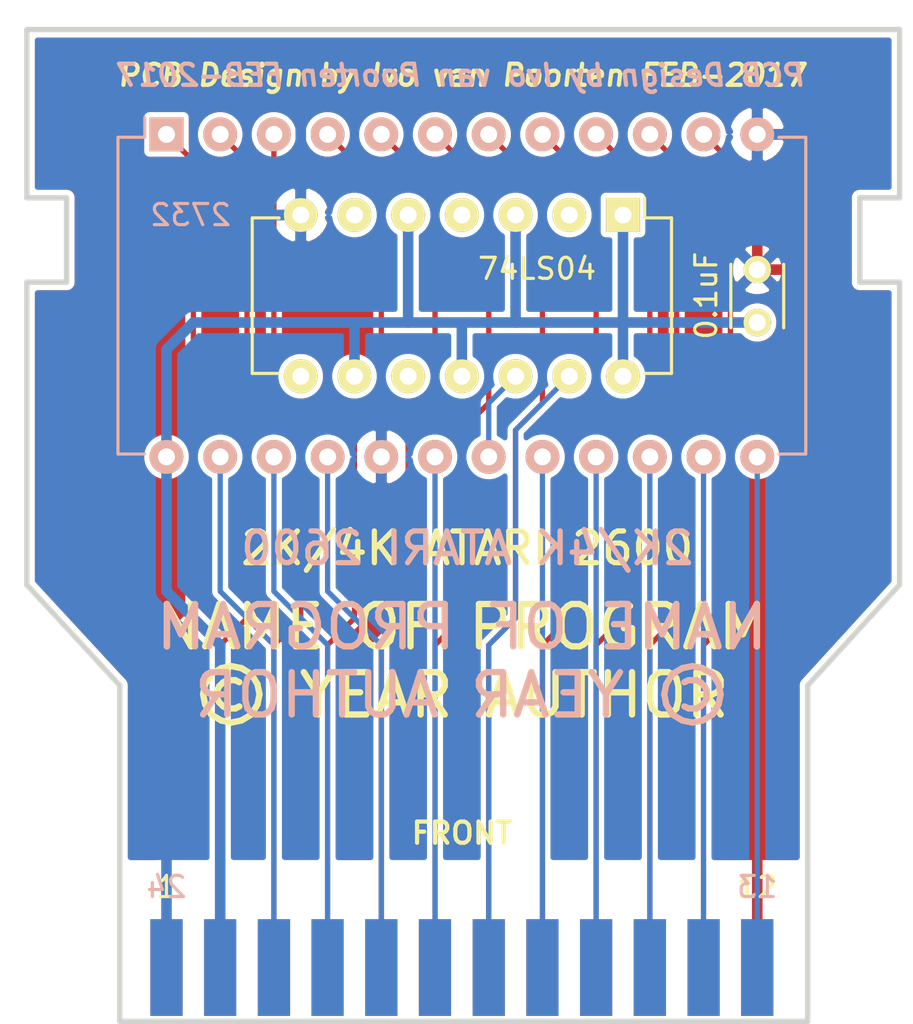
<source format=kicad_pcb>
(kicad_pcb (version 20171130) (host pcbnew 5.1.9+dfsg1-1+deb11u1)

  (general
    (thickness 1.6)
    (drawings 23)
    (tracks 112)
    (zones 0)
    (modules 4)
    (nets 25)
  )

  (page A4)
  (layers
    (0 F.Cu signal)
    (31 B.Cu signal)
    (32 B.Adhes user)
    (33 F.Adhes user)
    (34 B.Paste user)
    (35 F.Paste user)
    (36 B.SilkS user)
    (37 F.SilkS user)
    (38 B.Mask user)
    (39 F.Mask user)
    (40 Dwgs.User user)
    (41 Cmts.User user)
    (42 Eco1.User user)
    (43 Eco2.User user)
    (44 Edge.Cuts user)
    (45 Margin user)
    (46 B.CrtYd user)
    (47 F.CrtYd user)
    (48 B.Fab user)
    (49 F.Fab user)
  )

  (setup
    (last_trace_width 0.25)
    (trace_clearance 0.2)
    (zone_clearance 0.254)
    (zone_45_only no)
    (trace_min 0.2)
    (via_size 0.6)
    (via_drill 0.4)
    (via_min_size 0.4)
    (via_min_drill 0.3)
    (uvia_size 0.3)
    (uvia_drill 0.1)
    (uvias_allowed no)
    (uvia_min_size 0.2)
    (uvia_min_drill 0.1)
    (edge_width 0.15)
    (segment_width 0.2)
    (pcb_text_width 0.3)
    (pcb_text_size 2 2)
    (mod_edge_width 0.15)
    (mod_text_size 1 1)
    (mod_text_width 0.15)
    (pad_size 1.3 1.3)
    (pad_drill 0.8)
    (pad_to_mask_clearance 0.2)
    (aux_axis_origin 0 0)
    (visible_elements FFFFFF7F)
    (pcbplotparams
      (layerselection 0x010f0_ffffffff)
      (usegerberextensions false)
      (usegerberattributes true)
      (usegerberadvancedattributes true)
      (creategerberjobfile true)
      (excludeedgelayer true)
      (linewidth 0.100000)
      (plotframeref false)
      (viasonmask false)
      (mode 1)
      (useauxorigin false)
      (hpglpennumber 1)
      (hpglpenspeed 20)
      (hpglpendiameter 15.000000)
      (psnegative false)
      (psa4output false)
      (plotreference true)
      (plotvalue true)
      (plotinvisibletext false)
      (padsonsilk false)
      (subtractmaskfromsilk false)
      (outputformat 1)
      (mirror false)
      (drillshape 0)
      (scaleselection 1)
      (outputdirectory "../gerbers/"))
  )

  (net 0 "")
  (net 1 VCC)
  (net 2 GND)
  (net 3 A12)
  (net 4 ~ENABLE)
  (net 5 A7)
  (net 6 A6)
  (net 7 A5)
  (net 8 A4)
  (net 9 A3)
  (net 10 A2)
  (net 11 A1)
  (net 12 A0)
  (net 13 D0)
  (net 14 D1)
  (net 15 D2)
  (net 16 D3)
  (net 17 D4)
  (net 18 D5)
  (net 19 D6)
  (net 20 D7)
  (net 21 A10)
  (net 22 A11)
  (net 23 A9)
  (net 24 A8)

  (net_class Default "This is the default net class."
    (clearance 0.2)
    (trace_width 0.25)
    (via_dia 0.6)
    (via_drill 0.4)
    (uvia_dia 0.3)
    (uvia_drill 0.1)
    (add_net A0)
    (add_net A1)
    (add_net A10)
    (add_net A11)
    (add_net A12)
    (add_net A2)
    (add_net A3)
    (add_net A4)
    (add_net A5)
    (add_net A6)
    (add_net A7)
    (add_net A8)
    (add_net A9)
    (add_net D0)
    (add_net D1)
    (add_net D2)
    (add_net D3)
    (add_net D4)
    (add_net D5)
    (add_net D6)
    (add_net D7)
    (add_net ~ENABLE)
  )

  (net_class Power ""
    (clearance 0.2)
    (trace_width 0.5)
    (via_dia 0.6)
    (via_drill 0.4)
    (uvia_dia 0.3)
    (uvia_drill 0.1)
    (add_net GND)
    (add_net VCC)
  )

  (module Housings_DIP:DIP-24_W15.24mm (layer B.Cu) (tedit 5894D221) (tstamp 5894B703)
    (at 95.504 50.8 270)
    (descr "24-lead dip package, row spacing 15.24 mm (600 mils)")
    (tags "dil dip 2.54 600")
    (path /5894B4A1)
    (fp_text reference U3 (at 6.35 1.27 180) (layer B.SilkS) hide
      (effects (font (size 1 1) (thickness 0.15)) (justify mirror))
    )
    (fp_text value 2732 (at 3.81 -1.143 180) (layer B.SilkS)
      (effects (font (size 1 1) (thickness 0.15)) (justify mirror))
    )
    (fp_line (start -1.05 2.45) (end -1.05 -30.4) (layer B.CrtYd) (width 0.05))
    (fp_line (start 16.3 2.45) (end 16.3 -30.4) (layer B.CrtYd) (width 0.05))
    (fp_line (start -1.05 2.45) (end 16.3 2.45) (layer B.CrtYd) (width 0.05))
    (fp_line (start -1.05 -30.4) (end 16.3 -30.4) (layer B.CrtYd) (width 0.05))
    (fp_line (start 0.135 2.295) (end 0.135 1.025) (layer B.SilkS) (width 0.15))
    (fp_line (start 15.105 2.295) (end 15.105 1.025) (layer B.SilkS) (width 0.15))
    (fp_line (start 15.105 -30.235) (end 15.105 -28.965) (layer B.SilkS) (width 0.15))
    (fp_line (start 0.135 -30.235) (end 0.135 -28.965) (layer B.SilkS) (width 0.15))
    (fp_line (start 0.135 2.295) (end 15.105 2.295) (layer B.SilkS) (width 0.15))
    (fp_line (start 0.135 -30.235) (end 15.105 -30.235) (layer B.SilkS) (width 0.15))
    (fp_line (start 0.135 1.025) (end -0.8 1.025) (layer B.SilkS) (width 0.15))
    (pad 1 thru_hole rect (at 0 0 270) (size 1.6 1.6) (drill 0.8) (layers *.Cu *.Mask B.SilkS)
      (net 5 A7))
    (pad 2 thru_hole oval (at 0 -2.54 270) (size 1.6 1.6) (drill 0.8) (layers *.Cu *.Mask B.SilkS)
      (net 6 A6))
    (pad 3 thru_hole oval (at 0 -5.08 270) (size 1.6 1.6) (drill 0.8) (layers *.Cu *.Mask B.SilkS)
      (net 7 A5))
    (pad 4 thru_hole oval (at 0 -7.62 270) (size 1.6 1.6) (drill 0.8) (layers *.Cu *.Mask B.SilkS)
      (net 8 A4))
    (pad 5 thru_hole oval (at 0 -10.16 270) (size 1.6 1.6) (drill 0.8) (layers *.Cu *.Mask B.SilkS)
      (net 9 A3))
    (pad 6 thru_hole oval (at 0 -12.7 270) (size 1.6 1.6) (drill 0.8) (layers *.Cu *.Mask B.SilkS)
      (net 10 A2))
    (pad 7 thru_hole oval (at 0 -15.24 270) (size 1.6 1.6) (drill 0.8) (layers *.Cu *.Mask B.SilkS)
      (net 11 A1))
    (pad 8 thru_hole oval (at 0 -17.78 270) (size 1.6 1.6) (drill 0.8) (layers *.Cu *.Mask B.SilkS)
      (net 12 A0))
    (pad 9 thru_hole oval (at 0 -20.32 270) (size 1.6 1.6) (drill 0.8) (layers *.Cu *.Mask B.SilkS)
      (net 13 D0))
    (pad 10 thru_hole oval (at 0 -22.86 270) (size 1.6 1.6) (drill 0.8) (layers *.Cu *.Mask B.SilkS)
      (net 14 D1))
    (pad 11 thru_hole oval (at 0 -25.4 270) (size 1.6 1.6) (drill 0.8) (layers *.Cu *.Mask B.SilkS)
      (net 15 D2))
    (pad 12 thru_hole oval (at 0 -27.94 270) (size 1.6 1.6) (drill 0.8) (layers *.Cu *.Mask B.SilkS)
      (net 2 GND))
    (pad 13 thru_hole oval (at 15.24 -27.94 270) (size 1.6 1.6) (drill 0.8) (layers *.Cu *.Mask B.SilkS)
      (net 16 D3))
    (pad 14 thru_hole oval (at 15.24 -25.4 270) (size 1.6 1.6) (drill 0.8) (layers *.Cu *.Mask B.SilkS)
      (net 17 D4))
    (pad 15 thru_hole oval (at 15.24 -22.86 270) (size 1.6 1.6) (drill 0.8) (layers *.Cu *.Mask B.SilkS)
      (net 18 D5))
    (pad 16 thru_hole oval (at 15.24 -20.32 270) (size 1.6 1.6) (drill 0.8) (layers *.Cu *.Mask B.SilkS)
      (net 19 D6))
    (pad 17 thru_hole oval (at 15.24 -17.78 270) (size 1.6 1.6) (drill 0.8) (layers *.Cu *.Mask B.SilkS)
      (net 20 D7))
    (pad 18 thru_hole oval (at 15.24 -15.24 270) (size 1.6 1.6) (drill 0.8) (layers *.Cu *.Mask B.SilkS)
      (net 4 ~ENABLE))
    (pad 19 thru_hole oval (at 15.24 -12.7 270) (size 1.6 1.6) (drill 0.8) (layers *.Cu *.Mask B.SilkS)
      (net 21 A10))
    (pad 20 thru_hole oval (at 15.24 -10.16 270) (size 1.6 1.6) (drill 0.8) (layers *.Cu *.Mask B.SilkS)
      (net 2 GND))
    (pad 21 thru_hole oval (at 15.24 -7.62 270) (size 1.6 1.6) (drill 0.8) (layers *.Cu *.Mask B.SilkS)
      (net 22 A11))
    (pad 22 thru_hole oval (at 15.24 -5.08 270) (size 1.6 1.6) (drill 0.8) (layers *.Cu *.Mask B.SilkS)
      (net 23 A9))
    (pad 23 thru_hole oval (at 15.24 -2.54 270) (size 1.6 1.6) (drill 0.8) (layers *.Cu *.Mask B.SilkS)
      (net 24 A8))
    (pad 24 thru_hole oval (at 15.24 0 270) (size 1.6 1.6) (drill 0.8) (layers *.Cu *.Mask B.SilkS)
      (net 1 VCC))
    (model Housings_DIP.3dshapes/DIP-24_W15.24mm.wrl
      (at (xyz 0 0 0))
      (scale (xyz 1 1 1))
      (rotate (xyz 0 0 0))
    )
  )

  (module Capacitors_ThroughHole:C_Disc_D3_P2.5 (layer F.Cu) (tedit 5894D2CE) (tstamp 5894B6D5)
    (at 123.444 59.69 90)
    (descr "Capacitor 3mm Disc, Pitch 2.5mm")
    (tags Capacitor)
    (path /5894CEA3)
    (fp_text reference C1 (at -2.54 0 90) (layer F.SilkS) hide
      (effects (font (size 1 1) (thickness 0.15)))
    )
    (fp_text value 0.1uF (at 1.27 -2.413 90) (layer F.SilkS)
      (effects (font (size 1 1) (thickness 0.15)))
    )
    (fp_line (start -0.9 -1.5) (end 3.4 -1.5) (layer F.CrtYd) (width 0.05))
    (fp_line (start 3.4 -1.5) (end 3.4 1.5) (layer F.CrtYd) (width 0.05))
    (fp_line (start 3.4 1.5) (end -0.9 1.5) (layer F.CrtYd) (width 0.05))
    (fp_line (start -0.9 1.5) (end -0.9 -1.5) (layer F.CrtYd) (width 0.05))
    (fp_line (start -0.25 -1.25) (end 2.75 -1.25) (layer F.SilkS) (width 0.15))
    (fp_line (start 2.75 1.25) (end -0.25 1.25) (layer F.SilkS) (width 0.15))
    (pad 1 thru_hole oval (at 0 0 90) (size 1.3 1.3) (drill 0.8) (layers *.Cu *.Mask F.SilkS)
      (net 1 VCC))
    (pad 2 thru_hole circle (at 2.5 0 90) (size 1.3 1.3) (drill 0.8001) (layers *.Cu *.Mask F.SilkS)
      (net 2 GND))
    (model Capacitors_ThroughHole.3dshapes/C_Disc_D3_P2.5.wrl
      (offset (xyz 1.250000021226883 0 0))
      (scale (xyz 1 1 1))
      (rotate (xyz 0 0 0))
    )
  )

  (module Housings_DIP:DIP-14_W7.62mm (layer F.Cu) (tedit 5894D22A) (tstamp 5894B6E7)
    (at 117.094 54.61 270)
    (descr "14-lead dip package, row spacing 7.62 mm (300 mils)")
    (tags "dil dip 2.54 300")
    (path /5894B1E4)
    (fp_text reference U2 (at 3.81 -3.81 270) (layer F.SilkS) hide
      (effects (font (size 1 1) (thickness 0.15)))
    )
    (fp_text value 74LS04 (at 2.54 4.064 180) (layer F.SilkS)
      (effects (font (size 1 1) (thickness 0.15)))
    )
    (fp_line (start -1.05 -2.45) (end -1.05 17.7) (layer F.CrtYd) (width 0.05))
    (fp_line (start 8.65 -2.45) (end 8.65 17.7) (layer F.CrtYd) (width 0.05))
    (fp_line (start -1.05 -2.45) (end 8.65 -2.45) (layer F.CrtYd) (width 0.05))
    (fp_line (start -1.05 17.7) (end 8.65 17.7) (layer F.CrtYd) (width 0.05))
    (fp_line (start 0.135 -2.295) (end 0.135 -1.025) (layer F.SilkS) (width 0.15))
    (fp_line (start 7.485 -2.295) (end 7.485 -1.025) (layer F.SilkS) (width 0.15))
    (fp_line (start 7.485 17.535) (end 7.485 16.265) (layer F.SilkS) (width 0.15))
    (fp_line (start 0.135 17.535) (end 0.135 16.265) (layer F.SilkS) (width 0.15))
    (fp_line (start 0.135 -2.295) (end 7.485 -2.295) (layer F.SilkS) (width 0.15))
    (fp_line (start 0.135 17.535) (end 7.485 17.535) (layer F.SilkS) (width 0.15))
    (fp_line (start 0.135 -1.025) (end -0.8 -1.025) (layer F.SilkS) (width 0.15))
    (pad 1 thru_hole rect (at 0 0 270) (size 1.6 1.6) (drill 0.8) (layers *.Cu *.Mask F.SilkS)
      (net 1 VCC))
    (pad 2 thru_hole oval (at 0 2.54 270) (size 1.6 1.6) (drill 0.8) (layers *.Cu *.Mask F.SilkS))
    (pad 3 thru_hole oval (at 0 5.08 270) (size 1.6 1.6) (drill 0.8) (layers *.Cu *.Mask F.SilkS)
      (net 1 VCC))
    (pad 4 thru_hole oval (at 0 7.62 270) (size 1.6 1.6) (drill 0.8) (layers *.Cu *.Mask F.SilkS))
    (pad 5 thru_hole oval (at 0 10.16 270) (size 1.6 1.6) (drill 0.8) (layers *.Cu *.Mask F.SilkS)
      (net 1 VCC))
    (pad 6 thru_hole oval (at 0 12.7 270) (size 1.6 1.6) (drill 0.8) (layers *.Cu *.Mask F.SilkS))
    (pad 7 thru_hole oval (at 0 15.24 270) (size 1.6 1.6) (drill 0.8) (layers *.Cu *.Mask F.SilkS)
      (net 2 GND))
    (pad 8 thru_hole oval (at 7.62 15.24 270) (size 1.6 1.6) (drill 0.8) (layers *.Cu *.Mask F.SilkS))
    (pad 9 thru_hole oval (at 7.62 12.7 270) (size 1.6 1.6) (drill 0.8) (layers *.Cu *.Mask F.SilkS)
      (net 1 VCC))
    (pad 10 thru_hole oval (at 7.62 10.16 270) (size 1.6 1.6) (drill 0.8) (layers *.Cu *.Mask F.SilkS))
    (pad 11 thru_hole oval (at 7.62 7.62 270) (size 1.6 1.6) (drill 0.8) (layers *.Cu *.Mask F.SilkS)
      (net 1 VCC))
    (pad 12 thru_hole oval (at 7.62 5.08 270) (size 1.6 1.6) (drill 0.8) (layers *.Cu *.Mask F.SilkS)
      (net 4 ~ENABLE))
    (pad 13 thru_hole oval (at 7.62 2.54 270) (size 1.6 1.6) (drill 0.8) (layers *.Cu *.Mask F.SilkS)
      (net 3 A12))
    (pad 14 thru_hole oval (at 7.62 0 270) (size 1.6 1.6) (drill 0.8) (layers *.Cu *.Mask F.SilkS)
      (net 1 VCC))
    (model Housings_DIP.3dshapes/DIP-14_W7.62mm.wrl
      (at (xyz 0 0 0))
      (scale (xyz 1 1 1))
      (rotate (xyz 0 0 0))
    )
  )

  (module 2600cartfootprint:2600CART (layer F.Cu) (tedit 58988501) (tstamp 58988787)
    (at 109.474 90.17)
    (path /5894B1B8)
    (fp_text reference U1 (at 0 -7.62) (layer F.SilkS) hide
      (effects (font (size 1 1) (thickness 0.15)))
    )
    (fp_text value 2600Cartridge (at 0 -11.43) (layer F.Fab) hide
      (effects (font (size 1 1) (thickness 0.15)))
    )
    (fp_text user 24 (at -13.97 -3.81) (layer B.SilkS)
      (effects (font (size 1 1) (thickness 0.15)) (justify mirror))
    )
    (fp_text user 13 (at 13.97 -3.81) (layer B.SilkS)
      (effects (font (size 1 1) (thickness 0.15)) (justify mirror))
    )
    (fp_text user 12 (at 13.97 -3.81) (layer F.SilkS)
      (effects (font (size 1 1) (thickness 0.15)))
    )
    (fp_text user 1 (at -13.97 -3.81) (layer F.SilkS)
      (effects (font (size 1 1) (thickness 0.15)))
    )
    (pad 24 connect rect (at -13.97 0) (size 1.524 4.572) (layers B.Cu B.Mask)
      (net 2 GND))
    (pad 23 connect rect (at -11.43 0) (size 1.524 4.572) (layers B.Cu B.Mask)
      (net 1 VCC))
    (pad 22 connect rect (at -8.89 0) (size 1.524 4.572) (layers B.Cu B.Mask)
      (net 24 A8))
    (pad 21 connect rect (at -6.35 0) (size 1.524 4.572) (layers B.Cu B.Mask)
      (net 23 A9))
    (pad 20 connect rect (at -3.81 0) (size 1.524 4.572) (layers B.Cu B.Mask)
      (net 22 A11))
    (pad 19 connect rect (at -1.27 0) (size 1.524 4.572) (layers B.Cu B.Mask)
      (net 21 A10))
    (pad 18 connect rect (at 1.27 0) (size 1.524 4.572) (layers B.Cu B.Mask)
      (net 3 A12))
    (pad 17 connect rect (at 3.81 0) (size 1.524 4.572) (layers B.Cu B.Mask)
      (net 20 D7))
    (pad 16 connect rect (at 6.35 0) (size 1.524 4.572) (layers B.Cu B.Mask)
      (net 19 D6))
    (pad 15 connect rect (at 8.89 0) (size 1.524 4.572) (layers B.Cu B.Mask)
      (net 18 D5))
    (pad 14 connect rect (at 11.43 0) (size 1.524 4.572) (layers B.Cu B.Mask)
      (net 17 D4))
    (pad 13 connect rect (at 13.97 0) (size 1.524 4.572) (layers *.Mask B.Cu)
      (net 16 D3))
    (pad 12 connect rect (at 13.97 0) (size 1.524 4.572) (layers F.Cu F.Mask)
      (net 2 GND))
    (pad 11 connect rect (at 11.43 0) (size 1.524 4.572) (layers F.Cu F.Mask)
      (net 15 D2))
    (pad 10 connect rect (at 8.89 0) (size 1.524 4.572) (layers F.Cu F.Mask)
      (net 14 D1))
    (pad 9 connect rect (at 6.35 0) (size 1.524 4.572) (layers F.Cu F.Mask)
      (net 13 D0))
    (pad 8 connect rect (at 3.81 0) (size 1.524 4.572) (layers F.Cu F.Mask)
      (net 12 A0))
    (pad 7 connect rect (at 1.27 0) (size 1.524 4.572) (layers F.Cu F.Mask)
      (net 11 A1))
    (pad 6 connect rect (at -1.27 0) (size 1.524 4.572) (layers F.Cu F.Mask)
      (net 10 A2))
    (pad 5 connect rect (at -3.81 0) (size 1.524 4.572) (layers F.Cu F.Mask)
      (net 9 A3))
    (pad 4 connect rect (at -6.35 0) (size 1.524 4.572) (layers F.Cu F.Mask)
      (net 8 A4))
    (pad 3 connect rect (at -8.89 0) (size 1.524 4.572) (layers F.Cu F.Mask)
      (net 7 A5))
    (pad 2 connect rect (at -11.43 0) (size 1.524 4.572) (layers F.Cu F.Mask)
      (net 6 A6))
    (pad 1 connect rect (at -13.97 0) (size 1.524 4.572) (layers F.Cu F.Mask)
      (net 5 A7))
  )

  (gr_text FRONT (at 109.474 83.82) (layer F.SilkS)
    (effects (font (size 1 1) (thickness 0.2)))
  )
  (gr_text "NAME OF PROGRAM\n© YEAR AUTHOR" (at 109.474 75.692) (layer B.SilkS)
    (effects (font (size 2 2) (thickness 0.3)) (justify mirror))
  )
  (gr_text "2K/4K ATARI 2600" (at 109.728 70.358) (layer B.SilkS)
    (effects (font (size 1.5 1.5) (thickness 0.25)) (justify mirror))
  )
  (gr_text "PCB Design by Ivo van Poorten FEB-2017" (at 109.474 48.006) (layer B.SilkS)
    (effects (font (size 1 1) (thickness 0.2) italic) (justify mirror))
  )
  (gr_text "2K/4K ATARI 2600" (at 109.728 70.358) (layer F.SilkS)
    (effects (font (size 1.5 1.5) (thickness 0.25)))
  )
  (gr_text "NAME OF PROGRAM\n© YEAR AUTHOR" (at 109.474 75.692) (layer F.SilkS)
    (effects (font (size 2 2) (thickness 0.3)))
  )
  (gr_text "PCB Design by Ivo van Poorten FEB-2017" (at 109.474 48.006) (layer F.SilkS)
    (effects (font (size 1 1) (thickness 0.2) italic))
  )
  (gr_line (start 88.9 45.847) (end 130.175 45.847) (layer Edge.Cuts) (width 0.254))
  (gr_line (start 125.8316 92.71) (end 125.8316 76.835) (layer Edge.Cuts) (width 0.254))
  (gr_line (start 93.2942 92.71) (end 125.8316 92.71) (layer Edge.Cuts) (width 0.254))
  (gr_line (start 128.2954 53.7972) (end 130.175 53.7972) (layer Edge.Cuts) (width 0.254))
  (gr_line (start 128.2954 57.785) (end 128.2954 53.7972) (layer Edge.Cuts) (width 0.254))
  (gr_line (start 128.2954 57.785) (end 130.175 57.785) (layer Edge.Cuts) (width 0.254))
  (gr_line (start 130.175 53.7972) (end 130.175 45.847) (layer Edge.Cuts) (width 0.254))
  (gr_line (start 88.9 53.7972) (end 90.7796 53.7972) (layer Edge.Cuts) (width 0.254))
  (gr_line (start 90.7796 57.785) (end 90.7796 53.7972) (layer Edge.Cuts) (width 0.254))
  (gr_line (start 88.9 53.7972) (end 88.9 45.847) (layer Edge.Cuts) (width 0.254))
  (gr_line (start 88.9 72.0852) (end 88.9 57.785) (layer Edge.Cuts) (width 0.254))
  (gr_line (start 88.9 72.0852) (end 93.2942 76.835) (layer Edge.Cuts) (width 0.254))
  (gr_line (start 125.8316 76.835) (end 130.175 72.0852) (layer Edge.Cuts) (width 0.254))
  (gr_line (start 93.2942 92.71) (end 93.2942 76.835) (layer Edge.Cuts) (width 0.254))
  (gr_line (start 88.9 57.785) (end 90.7796 57.785) (layer Edge.Cuts) (width 0.254))
  (gr_line (start 130.175 72.0852) (end 130.175 57.785) (layer Edge.Cuts) (width 0.254))

  (segment (start 95.504 72.39) (end 95.504 66.04) (width 0.5) (layer B.Cu) (net 1) (tstamp 5895090E))
  (segment (start 104.394 62.23) (end 104.394 59.69) (width 0.5) (layer B.Cu) (net 1))
  (segment (start 109.474 62.23) (end 109.474 59.69) (width 0.5) (layer B.Cu) (net 1))
  (segment (start 106.934 54.61) (end 106.934 59.69) (width 0.5) (layer B.Cu) (net 1))
  (segment (start 112.014 54.61) (end 112.014 59.69) (width 0.5) (layer B.Cu) (net 1))
  (segment (start 117.094 54.61) (end 117.094 59.69) (width 0.5) (layer B.Cu) (net 1))
  (segment (start 117.094 62.23) (end 117.094 59.69) (width 0.5) (layer B.Cu) (net 1))
  (segment (start 123.444 59.69) (end 117.094 59.69) (width 0.5) (layer B.Cu) (net 1))
  (segment (start 117.094 59.69) (end 112.014 59.69) (width 0.5) (layer B.Cu) (net 1) (tstamp 5895066E))
  (segment (start 112.014 59.69) (end 109.474 59.69) (width 0.5) (layer B.Cu) (net 1) (tstamp 58950677))
  (segment (start 109.474 59.69) (end 106.934 59.69) (width 0.5) (layer B.Cu) (net 1) (tstamp 58950681))
  (segment (start 106.934 59.69) (end 104.394 59.69) (width 0.5) (layer B.Cu) (net 1) (tstamp 5895067B))
  (segment (start 104.394 59.69) (end 96.774 59.69) (width 0.5) (layer B.Cu) (net 1) (tstamp 58950685))
  (segment (start 95.504 60.96) (end 95.504 66.04) (width 0.5) (layer B.Cu) (net 1) (tstamp 58950666))
  (segment (start 96.774 59.69) (end 95.504 60.96) (width 0.5) (layer B.Cu) (net 1) (tstamp 58950665))
  (segment (start 98.044 88.9) (end 98.044 74.93) (width 0.5) (layer B.Cu) (net 1))
  (segment (start 98.044 74.93) (end 95.504 72.39) (width 0.5) (layer B.Cu) (net 1) (tstamp 5895090D))
  (segment (start 95.504 88.9) (end 95.504 74.93) (width 0.5) (layer B.Cu) (net 2))
  (segment (start 94.234 48.26) (end 101.854 48.26) (width 0.5) (layer B.Cu) (net 2) (tstamp 58950915))
  (segment (start 92.964 49.53) (end 94.234 48.26) (width 0.5) (layer B.Cu) (net 2) (tstamp 58950914))
  (segment (start 92.964 72.39) (end 92.964 49.53) (width 0.5) (layer B.Cu) (net 2) (tstamp 58950913))
  (segment (start 95.504 74.93) (end 92.964 72.39) (width 0.5) (layer B.Cu) (net 2) (tstamp 58950912))
  (segment (start 123.444 88.9) (end 123.444 74.93) (width 0.5) (layer F.Cu) (net 2))
  (segment (start 123.444 74.93) (end 124.714 73.66) (width 0.5) (layer F.Cu) (net 2) (tstamp 589505CE))
  (segment (start 124.714 73.66) (end 125.984 72.39) (width 0.5) (layer F.Cu) (net 2) (tstamp 589505CF))
  (segment (start 125.984 72.39) (end 125.984 58.42) (width 0.5) (layer F.Cu) (net 2) (tstamp 589505D0))
  (segment (start 125.984 58.42) (end 124.754 57.19) (width 0.5) (layer F.Cu) (net 2) (tstamp 589505D1))
  (segment (start 124.754 57.19) (end 123.444 57.19) (width 0.5) (layer F.Cu) (net 2) (tstamp 589505D2))
  (segment (start 123.444 57.19) (end 123.444 50.8) (width 0.5) (layer F.Cu) (net 2))
  (segment (start 101.854 48.26) (end 122.174 48.26) (width 0.5) (layer B.Cu) (net 2))
  (segment (start 122.174 48.26) (end 123.444 49.53) (width 0.5) (layer B.Cu) (net 2) (tstamp 589505C7))
  (segment (start 123.444 49.53) (end 123.444 50.8) (width 0.5) (layer B.Cu) (net 2) (tstamp 589505C8))
  (segment (start 101.854 48.26) (end 101.854 54.61) (width 0.5) (layer B.Cu) (net 2) (tstamp 589505C0))
  (segment (start 112.014 64.77) (end 114.554 62.23) (width 0.25) (layer B.Cu) (net 3) (tstamp 589508E9))
  (segment (start 112.014 73.66) (end 112.014 64.77) (width 0.25) (layer B.Cu) (net 3) (tstamp 589508E7))
  (segment (start 110.744 88.9) (end 110.744 74.93) (width 0.25) (layer B.Cu) (net 3))
  (segment (start 110.744 74.93) (end 112.014 73.66) (width 0.25) (layer B.Cu) (net 3) (tstamp 589508E6))
  (segment (start 112.014 62.23) (end 110.744 63.5) (width 0.25) (layer B.Cu) (net 4))
  (segment (start 110.744 63.5) (end 110.744 66.04) (width 0.25) (layer B.Cu) (net 4) (tstamp 589505B8))
  (segment (start 96.774 52.07) (end 95.504 50.8) (width 0.25) (layer F.Cu) (net 5) (tstamp 589508CF))
  (segment (start 96.774 73.66) (end 96.774 52.07) (width 0.25) (layer F.Cu) (net 5) (tstamp 589508CD))
  (segment (start 95.504 88.9) (end 95.504 74.93) (width 0.25) (layer F.Cu) (net 5))
  (segment (start 95.504 74.93) (end 96.774 73.66) (width 0.25) (layer F.Cu) (net 5) (tstamp 589508CB))
  (segment (start 99.314 52.07) (end 98.044 50.8) (width 0.25) (layer F.Cu) (net 6) (tstamp 589508D5))
  (segment (start 99.314 73.66) (end 99.314 52.07) (width 0.25) (layer F.Cu) (net 6) (tstamp 589508D4))
  (segment (start 98.044 88.9) (end 98.044 74.93) (width 0.25) (layer F.Cu) (net 6))
  (segment (start 98.044 74.93) (end 99.314 73.66) (width 0.25) (layer F.Cu) (net 6) (tstamp 589508D3))
  (segment (start 100.584 63.5) (end 100.584 50.8) (width 0.25) (layer F.Cu) (net 7) (tstamp 589508DF))
  (segment (start 101.854 64.77) (end 100.584 63.5) (width 0.25) (layer F.Cu) (net 7) (tstamp 589508DD))
  (segment (start 101.854 73.66) (end 101.854 64.77) (width 0.25) (layer F.Cu) (net 7) (tstamp 589508DB))
  (segment (start 100.584 88.9) (end 100.584 74.93) (width 0.25) (layer F.Cu) (net 7))
  (segment (start 100.584 74.93) (end 101.854 73.66) (width 0.25) (layer F.Cu) (net 7) (tstamp 589508D9))
  (segment (start 105.664 53.34) (end 103.124 50.8) (width 0.25) (layer F.Cu) (net 8) (tstamp 589508B5))
  (segment (start 105.664 63.5) (end 105.664 53.34) (width 0.25) (layer F.Cu) (net 8) (tstamp 589508B4))
  (segment (start 104.394 64.77) (end 105.664 63.5) (width 0.25) (layer F.Cu) (net 8) (tstamp 589508B3))
  (segment (start 104.394 73.66) (end 104.394 64.77) (width 0.25) (layer F.Cu) (net 8) (tstamp 589508B2))
  (segment (start 103.124 88.9) (end 103.124 74.93) (width 0.25) (layer F.Cu) (net 8))
  (segment (start 103.124 74.93) (end 104.394 73.66) (width 0.25) (layer F.Cu) (net 8) (tstamp 589508B1))
  (segment (start 108.204 53.34) (end 105.664 50.8) (width 0.25) (layer F.Cu) (net 9) (tstamp 589508AE))
  (segment (start 108.204 63.5) (end 108.204 53.34) (width 0.25) (layer F.Cu) (net 9) (tstamp 589508AD))
  (segment (start 106.934 64.77) (end 108.204 63.5) (width 0.25) (layer F.Cu) (net 9) (tstamp 589508AC))
  (segment (start 106.934 73.66) (end 106.934 64.77) (width 0.25) (layer F.Cu) (net 9) (tstamp 589508AB))
  (segment (start 105.664 88.9) (end 105.664 74.93) (width 0.25) (layer F.Cu) (net 9))
  (segment (start 105.664 74.93) (end 106.934 73.66) (width 0.25) (layer F.Cu) (net 9) (tstamp 589508AA))
  (segment (start 108.204 88.9) (end 108.204 74.93) (width 0.25) (layer F.Cu) (net 10))
  (segment (start 108.204 74.93) (end 109.474 73.66) (width 0.25) (layer F.Cu) (net 10) (tstamp 5895089E))
  (segment (start 110.744 53.34) (end 108.204 50.8) (width 0.25) (layer F.Cu) (net 10) (tstamp 589508A6))
  (segment (start 110.744 63.5) (end 110.744 53.34) (width 0.25) (layer F.Cu) (net 10) (tstamp 589508A4))
  (segment (start 109.474 64.77) (end 110.744 63.5) (width 0.25) (layer F.Cu) (net 10) (tstamp 589508A2))
  (segment (start 109.474 73.66) (end 109.474 64.77) (width 0.25) (layer F.Cu) (net 10) (tstamp 589508A0))
  (segment (start 113.284 53.34) (end 110.744 50.8) (width 0.25) (layer F.Cu) (net 11) (tstamp 5895089B))
  (segment (start 113.284 63.5) (end 113.284 53.34) (width 0.25) (layer F.Cu) (net 11) (tstamp 5895089A))
  (segment (start 112.014 64.77) (end 113.284 63.5) (width 0.25) (layer F.Cu) (net 11) (tstamp 58950899))
  (segment (start 112.014 73.66) (end 112.014 64.77) (width 0.25) (layer F.Cu) (net 11) (tstamp 58950898))
  (segment (start 110.744 88.9) (end 110.744 74.93) (width 0.25) (layer F.Cu) (net 11))
  (segment (start 110.744 74.93) (end 112.014 73.66) (width 0.25) (layer F.Cu) (net 11) (tstamp 58950897))
  (segment (start 113.284 88.9) (end 113.284 74.93) (width 0.25) (layer F.Cu) (net 12))
  (segment (start 115.824 53.34) (end 113.284 50.8) (width 0.25) (layer F.Cu) (net 12) (tstamp 58950894))
  (segment (start 115.824 63.5) (end 115.824 53.34) (width 0.25) (layer F.Cu) (net 12) (tstamp 58950893))
  (segment (start 114.554 64.77) (end 115.824 63.5) (width 0.25) (layer F.Cu) (net 12) (tstamp 58950892))
  (segment (start 114.554 73.66) (end 114.554 64.77) (width 0.25) (layer F.Cu) (net 12) (tstamp 58950891))
  (segment (start 113.284 74.93) (end 114.554 73.66) (width 0.25) (layer F.Cu) (net 12) (tstamp 58950890))
  (segment (start 118.364 53.34) (end 115.824 50.8) (width 0.25) (layer F.Cu) (net 13) (tstamp 5895088C))
  (segment (start 118.364 63.5) (end 118.364 53.34) (width 0.25) (layer F.Cu) (net 13) (tstamp 5895088A))
  (segment (start 117.094 64.77) (end 118.364 63.5) (width 0.25) (layer F.Cu) (net 13) (tstamp 58950888))
  (segment (start 117.094 73.66) (end 117.094 64.77) (width 0.25) (layer F.Cu) (net 13) (tstamp 58950886))
  (segment (start 115.824 88.9) (end 115.824 74.93) (width 0.25) (layer F.Cu) (net 13))
  (segment (start 115.824 74.93) (end 117.094 73.66) (width 0.25) (layer F.Cu) (net 13) (tstamp 58950884))
  (segment (start 119.634 52.07) (end 118.364 50.8) (width 0.25) (layer F.Cu) (net 14) (tstamp 58950881))
  (segment (start 119.634 73.66) (end 119.634 52.07) (width 0.25) (layer F.Cu) (net 14) (tstamp 58950880))
  (segment (start 118.364 88.9) (end 118.364 74.93) (width 0.25) (layer F.Cu) (net 14))
  (segment (start 118.364 74.93) (end 119.634 73.66) (width 0.25) (layer F.Cu) (net 14) (tstamp 5895087F))
  (segment (start 120.904 88.9) (end 120.904 74.93) (width 0.25) (layer F.Cu) (net 15))
  (segment (start 120.904 74.93) (end 122.174 73.66) (width 0.25) (layer F.Cu) (net 15) (tstamp 5895087A))
  (segment (start 122.174 52.07) (end 120.904 50.8) (width 0.25) (layer F.Cu) (net 15) (tstamp 5895087C))
  (segment (start 122.174 73.66) (end 122.174 52.07) (width 0.25) (layer F.Cu) (net 15) (tstamp 5895087B))
  (segment (start 123.444 86.36) (end 123.444 88.9) (width 0.25) (layer B.Cu) (net 16) (tstamp 589504FE))
  (segment (start 123.444 66.04) (end 123.444 86.36) (width 0.25) (layer B.Cu) (net 16))
  (segment (start 120.904 88.9) (end 120.904 66.04) (width 0.25) (layer B.Cu) (net 17))
  (segment (start 118.364 66.04) (end 118.364 88.9) (width 0.25) (layer B.Cu) (net 18))
  (segment (start 115.824 66.04) (end 115.824 88.9) (width 0.25) (layer B.Cu) (net 19))
  (segment (start 113.284 66.04) (end 113.284 88.9) (width 0.25) (layer B.Cu) (net 20))
  (segment (start 108.204 66.04) (end 108.204 88.9) (width 0.25) (layer B.Cu) (net 21))
  (segment (start 105.664 88.9) (end 105.664 74.93) (width 0.25) (layer B.Cu) (net 22))
  (segment (start 105.664 74.93) (end 103.124 72.39) (width 0.25) (layer B.Cu) (net 22) (tstamp 589508FF))
  (segment (start 103.124 72.39) (end 103.124 66.04) (width 0.25) (layer B.Cu) (net 22) (tstamp 58950900))
  (segment (start 103.124 88.9) (end 103.124 74.93) (width 0.25) (layer B.Cu) (net 23))
  (segment (start 103.124 74.93) (end 100.584 72.39) (width 0.25) (layer B.Cu) (net 23) (tstamp 58950903))
  (segment (start 100.584 72.39) (end 100.584 66.04) (width 0.25) (layer B.Cu) (net 23) (tstamp 58950904))
  (segment (start 100.584 88.9) (end 100.584 74.93) (width 0.25) (layer B.Cu) (net 24))
  (segment (start 100.584 74.93) (end 98.044 72.39) (width 0.25) (layer B.Cu) (net 24) (tstamp 58950907))
  (segment (start 98.044 72.39) (end 98.044 66.04) (width 0.25) (layer B.Cu) (net 24) (tstamp 58950908))

  (zone (net 2) (net_name GND) (layer F.Cu) (tstamp 632A6095) (hatch edge 0.508)
    (connect_pads (clearance 0.254))
    (min_thickness 0.254)
    (fill yes (arc_segments 16) (thermal_gap 0.508) (thermal_bridge_width 0.508))
    (polygon
      (pts
        (xy 130.81 85.09) (xy 87.63 85.09) (xy 87.63 44.45) (xy 130.81 44.45)
      )
    )
    (filled_polygon
      (pts
        (xy 107.698 63.290408) (xy 106.59378 64.394629) (xy 106.574474 64.410473) (xy 106.511242 64.487521) (xy 106.486127 64.534508)
        (xy 106.464255 64.575426) (xy 106.435322 64.670808) (xy 106.425553 64.77) (xy 106.428001 64.794856) (xy 106.428001 64.828666)
        (xy 106.40142 64.808963) (xy 106.147087 64.688754) (xy 106.013039 64.648096) (xy 105.791 64.770085) (xy 105.791 65.913)
        (xy 105.811 65.913) (xy 105.811 66.167) (xy 105.791 66.167) (xy 105.791 67.309915) (xy 106.013039 67.431904)
        (xy 106.147087 67.391246) (xy 106.40142 67.271037) (xy 106.428001 67.251334) (xy 106.428 73.450408) (xy 105.32378 74.554629)
        (xy 105.304474 74.570473) (xy 105.241242 74.647521) (xy 105.216127 74.694508) (xy 105.194255 74.735426) (xy 105.165322 74.830808)
        (xy 105.155553 74.93) (xy 105.158001 74.954856) (xy 105.158 84.963) (xy 103.63 84.963) (xy 103.63 75.139591)
        (xy 104.73422 74.035372) (xy 104.753527 74.019527) (xy 104.816759 73.942479) (xy 104.863745 73.854575) (xy 104.892678 73.759193)
        (xy 104.9 73.684854) (xy 104.9 73.684847) (xy 104.902447 73.660001) (xy 104.9 73.635155) (xy 104.9 67.251335)
        (xy 104.92658 67.271037) (xy 105.180913 67.391246) (xy 105.314961 67.431904) (xy 105.537 67.309915) (xy 105.537 66.167)
        (xy 105.517 66.167) (xy 105.517 65.913) (xy 105.537 65.913) (xy 105.537 64.770085) (xy 105.314961 64.648096)
        (xy 105.195158 64.684433) (xy 106.00422 63.875372) (xy 106.023527 63.859527) (xy 106.086759 63.782479) (xy 106.133745 63.694575)
        (xy 106.162678 63.599193) (xy 106.17 63.524854) (xy 106.17 63.524847) (xy 106.172447 63.500001) (xy 106.17 63.475155)
        (xy 106.17 63.136185) (xy 106.181157 63.147342) (xy 106.374587 63.276588) (xy 106.589515 63.365614) (xy 106.817682 63.411)
        (xy 107.050318 63.411) (xy 107.278485 63.365614) (xy 107.493413 63.276588) (xy 107.686843 63.147342) (xy 107.698 63.136185)
      )
    )
    (filled_polygon
      (pts
        (xy 129.667 53.2892) (xy 128.320347 53.2892) (xy 128.2954 53.286743) (xy 128.270453 53.2892) (xy 128.195815 53.296551)
        (xy 128.100057 53.325599) (xy 128.011805 53.372771) (xy 127.934452 53.436252) (xy 127.870971 53.513605) (xy 127.823799 53.601857)
        (xy 127.794751 53.697615) (xy 127.784943 53.7972) (xy 127.787401 53.822157) (xy 127.7874 57.760053) (xy 127.784943 57.785)
        (xy 127.794751 57.884585) (xy 127.823799 57.980343) (xy 127.870971 58.068595) (xy 127.934452 58.145948) (xy 128.011805 58.209429)
        (xy 128.100057 58.256601) (xy 128.195815 58.285649) (xy 128.2954 58.295457) (xy 128.320347 58.293) (xy 129.667001 58.293)
        (xy 129.667 71.887951) (xy 125.481233 76.46537) (xy 125.470653 76.474052) (xy 125.447547 76.502207) (xy 125.439875 76.510597)
        (xy 125.43171 76.521505) (xy 125.407172 76.551405) (xy 125.401786 76.561482) (xy 125.394932 76.570638) (xy 125.378229 76.605553)
        (xy 125.36 76.639657) (xy 125.356683 76.650593) (xy 125.351748 76.660908) (xy 125.342181 76.698398) (xy 125.330952 76.735415)
        (xy 125.329832 76.746792) (xy 125.327005 76.757868) (xy 125.324935 76.796509) (xy 125.323601 76.810053) (xy 125.323601 76.821409)
        (xy 125.321652 76.85779) (xy 125.323601 76.871342) (xy 125.3236 84.963) (xy 121.41 84.963) (xy 121.41 75.139591)
        (xy 122.51422 74.035372) (xy 122.533527 74.019527) (xy 122.596759 73.942479) (xy 122.643745 73.854575) (xy 122.672678 73.759193)
        (xy 122.68 73.684854) (xy 122.68 73.684847) (xy 122.682447 73.660001) (xy 122.68 73.635155) (xy 122.68 66.946185)
        (xy 122.691157 66.957342) (xy 122.884587 67.086588) (xy 123.099515 67.175614) (xy 123.327682 67.221) (xy 123.560318 67.221)
        (xy 123.788485 67.175614) (xy 124.003413 67.086588) (xy 124.196843 66.957342) (xy 124.361342 66.792843) (xy 124.490588 66.599413)
        (xy 124.579614 66.384485) (xy 124.625 66.156318) (xy 124.625 65.923682) (xy 124.579614 65.695515) (xy 124.490588 65.480587)
        (xy 124.361342 65.287157) (xy 124.196843 65.122658) (xy 124.003413 64.993412) (xy 123.788485 64.904386) (xy 123.560318 64.859)
        (xy 123.327682 64.859) (xy 123.099515 64.904386) (xy 122.884587 64.993412) (xy 122.691157 65.122658) (xy 122.68 65.133815)
        (xy 122.68 60.384054) (xy 122.786776 60.49083) (xy 122.955638 60.603661) (xy 123.143268 60.68138) (xy 123.342455 60.721)
        (xy 123.545545 60.721) (xy 123.744732 60.68138) (xy 123.932362 60.603661) (xy 124.101224 60.49083) (xy 124.24483 60.347224)
        (xy 124.357661 60.178362) (xy 124.43538 59.990732) (xy 124.475 59.791545) (xy 124.475 59.588455) (xy 124.43538 59.389268)
        (xy 124.357661 59.201638) (xy 124.24483 59.032776) (xy 124.101224 58.88917) (xy 123.932362 58.776339) (xy 123.744732 58.69862)
        (xy 123.545545 58.659) (xy 123.342455 58.659) (xy 123.143268 58.69862) (xy 122.955638 58.776339) (xy 122.786776 58.88917)
        (xy 122.68 58.995946) (xy 122.68 58.133608) (xy 122.738079 58.075529) (xy 122.791466 58.304201) (xy 123.021374 58.410095)
        (xy 123.267524 58.469102) (xy 123.520455 58.478952) (xy 123.770449 58.43927) (xy 124.007896 58.351578) (xy 124.096534 58.304201)
        (xy 124.149922 58.075527) (xy 123.444 57.369605) (xy 123.429858 57.383748) (xy 123.250253 57.204143) (xy 123.264395 57.19)
        (xy 123.623605 57.19) (xy 124.329527 57.895922) (xy 124.558201 57.842534) (xy 124.664095 57.612626) (xy 124.723102 57.366476)
        (xy 124.732952 57.113545) (xy 124.69327 56.863551) (xy 124.605578 56.626104) (xy 124.558201 56.537466) (xy 124.329527 56.484078)
        (xy 123.623605 57.19) (xy 123.264395 57.19) (xy 123.250253 57.175858) (xy 123.429858 56.996253) (xy 123.444 57.010395)
        (xy 124.149922 56.304473) (xy 124.096534 56.075799) (xy 123.866626 55.969905) (xy 123.620476 55.910898) (xy 123.367545 55.901048)
        (xy 123.117551 55.94073) (xy 122.880104 56.028422) (xy 122.791466 56.075799) (xy 122.738079 56.304471) (xy 122.68 56.246392)
        (xy 122.68 52.094845) (xy 122.682447 52.069999) (xy 122.68 52.045153) (xy 122.68 52.045146) (xy 122.676407 52.008672)
        (xy 122.70658 52.031037) (xy 122.960913 52.151246) (xy 123.094961 52.191904) (xy 123.317 52.069915) (xy 123.317 50.927)
        (xy 123.571 50.927) (xy 123.571 52.069915) (xy 123.793039 52.191904) (xy 123.927087 52.151246) (xy 124.18142 52.031037)
        (xy 124.407414 51.863519) (xy 124.596385 51.655131) (xy 124.74107 51.413881) (xy 124.835909 51.14904) (xy 124.714624 50.927)
        (xy 123.571 50.927) (xy 123.317 50.927) (xy 123.297 50.927) (xy 123.297 50.673) (xy 123.317 50.673)
        (xy 123.317 49.530085) (xy 123.571 49.530085) (xy 123.571 50.673) (xy 124.714624 50.673) (xy 124.835909 50.45096)
        (xy 124.74107 50.186119) (xy 124.596385 49.944869) (xy 124.407414 49.736481) (xy 124.18142 49.568963) (xy 123.927087 49.448754)
        (xy 123.793039 49.408096) (xy 123.571 49.530085) (xy 123.317 49.530085) (xy 123.094961 49.408096) (xy 122.960913 49.448754)
        (xy 122.70658 49.568963) (xy 122.480586 49.736481) (xy 122.291615 49.944869) (xy 122.14693 50.186119) (xy 122.052091 50.45096)
        (xy 122.173375 50.672998) (xy 122.082875 50.672998) (xy 122.039614 50.455515) (xy 121.950588 50.240587) (xy 121.821342 50.047157)
        (xy 121.656843 49.882658) (xy 121.463413 49.753412) (xy 121.248485 49.664386) (xy 121.020318 49.619) (xy 120.787682 49.619)
        (xy 120.559515 49.664386) (xy 120.344587 49.753412) (xy 120.151157 49.882658) (xy 119.986658 50.047157) (xy 119.857412 50.240587)
        (xy 119.768386 50.455515) (xy 119.723 50.683682) (xy 119.723 50.916318) (xy 119.768386 51.144485) (xy 119.857412 51.359413)
        (xy 119.986658 51.552843) (xy 120.151157 51.717342) (xy 120.344587 51.846588) (xy 120.559515 51.935614) (xy 120.787682 51.981)
        (xy 121.020318 51.981) (xy 121.248485 51.935614) (xy 121.301898 51.91349) (xy 121.668001 52.279593) (xy 121.668 65.133815)
        (xy 121.656843 65.122658) (xy 121.463413 64.993412) (xy 121.248485 64.904386) (xy 121.020318 64.859) (xy 120.787682 64.859)
        (xy 120.559515 64.904386) (xy 120.344587 64.993412) (xy 120.151157 65.122658) (xy 120.14 65.133815) (xy 120.14 52.094845)
        (xy 120.142447 52.069999) (xy 120.14 52.045153) (xy 120.14 52.045146) (xy 120.132678 51.970807) (xy 120.103745 51.875425)
        (xy 120.056759 51.787521) (xy 119.993527 51.710473) (xy 119.97422 51.694628) (xy 119.47749 51.197898) (xy 119.499614 51.144485)
        (xy 119.545 50.916318) (xy 119.545 50.683682) (xy 119.499614 50.455515) (xy 119.410588 50.240587) (xy 119.281342 50.047157)
        (xy 119.116843 49.882658) (xy 118.923413 49.753412) (xy 118.708485 49.664386) (xy 118.480318 49.619) (xy 118.247682 49.619)
        (xy 118.019515 49.664386) (xy 117.804587 49.753412) (xy 117.611157 49.882658) (xy 117.446658 50.047157) (xy 117.317412 50.240587)
        (xy 117.228386 50.455515) (xy 117.183 50.683682) (xy 117.183 50.916318) (xy 117.228386 51.144485) (xy 117.317412 51.359413)
        (xy 117.446658 51.552843) (xy 117.611157 51.717342) (xy 117.804587 51.846588) (xy 118.019515 51.935614) (xy 118.247682 51.981)
        (xy 118.480318 51.981) (xy 118.708485 51.935614) (xy 118.761898 51.91349) (xy 119.128001 52.279593) (xy 119.128 65.133815)
        (xy 119.116843 65.122658) (xy 118.923413 64.993412) (xy 118.708485 64.904386) (xy 118.480318 64.859) (xy 118.247682 64.859)
        (xy 118.019515 64.904386) (xy 117.804587 64.993412) (xy 117.611157 65.122658) (xy 117.6 65.133815) (xy 117.6 64.979591)
        (xy 118.70422 63.875372) (xy 118.723527 63.859527) (xy 118.786759 63.782479) (xy 118.833745 63.694575) (xy 118.862678 63.599193)
        (xy 118.87 63.524854) (xy 118.87 63.524847) (xy 118.872447 63.500001) (xy 118.87 63.475155) (xy 118.87 53.364845)
        (xy 118.872447 53.339999) (xy 118.87 53.315153) (xy 118.87 53.315146) (xy 118.862678 53.240807) (xy 118.833745 53.145425)
        (xy 118.786759 53.057521) (xy 118.723527 52.980473) (xy 118.70422 52.964628) (xy 116.93749 51.197898) (xy 116.959614 51.144485)
        (xy 117.005 50.916318) (xy 117.005 50.683682) (xy 116.959614 50.455515) (xy 116.870588 50.240587) (xy 116.741342 50.047157)
        (xy 116.576843 49.882658) (xy 116.383413 49.753412) (xy 116.168485 49.664386) (xy 115.940318 49.619) (xy 115.707682 49.619)
        (xy 115.479515 49.664386) (xy 115.264587 49.753412) (xy 115.071157 49.882658) (xy 114.906658 50.047157) (xy 114.777412 50.240587)
        (xy 114.688386 50.455515) (xy 114.643 50.683682) (xy 114.643 50.916318) (xy 114.688386 51.144485) (xy 114.777412 51.359413)
        (xy 114.906658 51.552843) (xy 115.071157 51.717342) (xy 115.264587 51.846588) (xy 115.479515 51.935614) (xy 115.707682 51.981)
        (xy 115.940318 51.981) (xy 116.168485 51.935614) (xy 116.221898 51.91349) (xy 117.735565 53.427157) (xy 116.33 53.427157)
        (xy 116.33 53.364845) (xy 116.332447 53.339999) (xy 116.33 53.315153) (xy 116.33 53.315146) (xy 116.322678 53.240807)
        (xy 116.293745 53.145425) (xy 116.246759 53.057521) (xy 116.183527 52.980473) (xy 116.16422 52.964628) (xy 114.39749 51.197898)
        (xy 114.419614 51.144485) (xy 114.465 50.916318) (xy 114.465 50.683682) (xy 114.419614 50.455515) (xy 114.330588 50.240587)
        (xy 114.201342 50.047157) (xy 114.036843 49.882658) (xy 113.843413 49.753412) (xy 113.628485 49.664386) (xy 113.400318 49.619)
        (xy 113.167682 49.619) (xy 112.939515 49.664386) (xy 112.724587 49.753412) (xy 112.531157 49.882658) (xy 112.366658 50.047157)
        (xy 112.237412 50.240587) (xy 112.148386 50.455515) (xy 112.103 50.683682) (xy 112.103 50.916318) (xy 112.148386 51.144485)
        (xy 112.237412 51.359413) (xy 112.366658 51.552843) (xy 112.531157 51.717342) (xy 112.724587 51.846588) (xy 112.939515 51.935614)
        (xy 113.167682 51.981) (xy 113.400318 51.981) (xy 113.628485 51.935614) (xy 113.681898 51.91349) (xy 115.318001 53.549593)
        (xy 115.318001 53.703816) (xy 115.306843 53.692658) (xy 115.113413 53.563412) (xy 114.898485 53.474386) (xy 114.670318 53.429)
        (xy 114.437682 53.429) (xy 114.209515 53.474386) (xy 113.994587 53.563412) (xy 113.801157 53.692658) (xy 113.79 53.703815)
        (xy 113.79 53.364845) (xy 113.792447 53.339999) (xy 113.79 53.315153) (xy 113.79 53.315146) (xy 113.782678 53.240807)
        (xy 113.753745 53.145425) (xy 113.706759 53.057521) (xy 113.643527 52.980473) (xy 113.62422 52.964628) (xy 111.85749 51.197898)
        (xy 111.879614 51.144485) (xy 111.925 50.916318) (xy 111.925 50.683682) (xy 111.879614 50.455515) (xy 111.790588 50.240587)
        (xy 111.661342 50.047157) (xy 111.496843 49.882658) (xy 111.303413 49.753412) (xy 111.088485 49.664386) (xy 110.860318 49.619)
        (xy 110.627682 49.619) (xy 110.399515 49.664386) (xy 110.184587 49.753412) (xy 109.991157 49.882658) (xy 109.826658 50.047157)
        (xy 109.697412 50.240587) (xy 109.608386 50.455515) (xy 109.563 50.683682) (xy 109.563 50.916318) (xy 109.608386 51.144485)
        (xy 109.697412 51.359413) (xy 109.826658 51.552843) (xy 109.991157 51.717342) (xy 110.184587 51.846588) (xy 110.399515 51.935614)
        (xy 110.627682 51.981) (xy 110.860318 51.981) (xy 111.088485 51.935614) (xy 111.141898 51.91349) (xy 112.778001 53.549593)
        (xy 112.778001 53.703816) (xy 112.766843 53.692658) (xy 112.573413 53.563412) (xy 112.358485 53.474386) (xy 112.130318 53.429)
        (xy 111.897682 53.429) (xy 111.669515 53.474386) (xy 111.454587 53.563412) (xy 111.261157 53.692658) (xy 111.25 53.703815)
        (xy 111.25 53.364845) (xy 111.252447 53.339999) (xy 111.25 53.315153) (xy 111.25 53.315146) (xy 111.242678 53.240807)
        (xy 111.213745 53.145425) (xy 111.166759 53.057521) (xy 111.103527 52.980473) (xy 111.08422 52.964628) (xy 109.31749 51.197898)
        (xy 109.339614 51.144485) (xy 109.385 50.916318) (xy 109.385 50.683682) (xy 109.339614 50.455515) (xy 109.250588 50.240587)
        (xy 109.121342 50.047157) (xy 108.956843 49.882658) (xy 108.763413 49.753412) (xy 108.548485 49.664386) (xy 108.320318 49.619)
        (xy 108.087682 49.619) (xy 107.859515 49.664386) (xy 107.644587 49.753412) (xy 107.451157 49.882658) (xy 107.286658 50.047157)
        (xy 107.157412 50.240587) (xy 107.068386 50.455515) (xy 107.023 50.683682) (xy 107.023 50.916318) (xy 107.068386 51.144485)
        (xy 107.157412 51.359413) (xy 107.286658 51.552843) (xy 107.451157 51.717342) (xy 107.644587 51.846588) (xy 107.859515 51.935614)
        (xy 108.087682 51.981) (xy 108.320318 51.981) (xy 108.548485 51.935614) (xy 108.601898 51.91349) (xy 110.238001 53.549593)
        (xy 110.238001 53.703816) (xy 110.226843 53.692658) (xy 110.033413 53.563412) (xy 109.818485 53.474386) (xy 109.590318 53.429)
        (xy 109.357682 53.429) (xy 109.129515 53.474386) (xy 108.914587 53.563412) (xy 108.721157 53.692658) (xy 108.71 53.703815)
        (xy 108.71 53.364845) (xy 108.712447 53.339999) (xy 108.71 53.315153) (xy 108.71 53.315146) (xy 108.702678 53.240807)
        (xy 108.673745 53.145425) (xy 108.626759 53.057521) (xy 108.563527 52.980473) (xy 108.54422 52.964628) (xy 106.77749 51.197898)
        (xy 106.799614 51.144485) (xy 106.845 50.916318) (xy 106.845 50.683682) (xy 106.799614 50.455515) (xy 106.710588 50.240587)
        (xy 106.581342 50.047157) (xy 106.416843 49.882658) (xy 106.223413 49.753412) (xy 106.008485 49.664386) (xy 105.780318 49.619)
        (xy 105.547682 49.619) (xy 105.319515 49.664386) (xy 105.104587 49.753412) (xy 104.911157 49.882658) (xy 104.746658 50.047157)
        (xy 104.617412 50.240587) (xy 104.528386 50.455515) (xy 104.483 50.683682) (xy 104.483 50.916318) (xy 104.528386 51.144485)
        (xy 104.617412 51.359413) (xy 104.746658 51.552843) (xy 104.911157 51.717342) (xy 105.104587 51.846588) (xy 105.319515 51.935614)
        (xy 105.547682 51.981) (xy 105.780318 51.981) (xy 106.008485 51.935614) (xy 106.061898 51.91349) (xy 107.698001 53.549593)
        (xy 107.698001 53.703816) (xy 107.686843 53.692658) (xy 107.493413 53.563412) (xy 107.278485 53.474386) (xy 107.050318 53.429)
        (xy 106.817682 53.429) (xy 106.589515 53.474386) (xy 106.374587 53.563412) (xy 106.181157 53.692658) (xy 106.17 53.703815)
        (xy 106.17 53.364845) (xy 106.172447 53.339999) (xy 106.17 53.315153) (xy 106.17 53.315146) (xy 106.162678 53.240807)
        (xy 106.133745 53.145425) (xy 106.086759 53.057521) (xy 106.023527 52.980473) (xy 106.00422 52.964628) (xy 104.23749 51.197898)
        (xy 104.259614 51.144485) (xy 104.305 50.916318) (xy 104.305 50.683682) (xy 104.259614 50.455515) (xy 104.170588 50.240587)
        (xy 104.041342 50.047157) (xy 103.876843 49.882658) (xy 103.683413 49.753412) (xy 103.468485 49.664386) (xy 103.240318 49.619)
        (xy 103.007682 49.619) (xy 102.779515 49.664386) (xy 102.564587 49.753412) (xy 102.371157 49.882658) (xy 102.206658 50.047157)
        (xy 102.077412 50.240587) (xy 101.988386 50.455515) (xy 101.943 50.683682) (xy 101.943 50.916318) (xy 101.988386 51.144485)
        (xy 102.077412 51.359413) (xy 102.206658 51.552843) (xy 102.371157 51.717342) (xy 102.564587 51.846588) (xy 102.779515 51.935614)
        (xy 103.007682 51.981) (xy 103.240318 51.981) (xy 103.468485 51.935614) (xy 103.521898 51.91349) (xy 105.158001 53.549593)
        (xy 105.158001 53.703816) (xy 105.146843 53.692658) (xy 104.953413 53.563412) (xy 104.738485 53.474386) (xy 104.510318 53.429)
        (xy 104.277682 53.429) (xy 104.049515 53.474386) (xy 103.834587 53.563412) (xy 103.641157 53.692658) (xy 103.476658 53.857157)
        (xy 103.347412 54.050587) (xy 103.258386 54.265515) (xy 103.215125 54.482998) (xy 103.124625 54.482998) (xy 103.245909 54.26096)
        (xy 103.15107 53.996119) (xy 103.006385 53.754869) (xy 102.817414 53.546481) (xy 102.59142 53.378963) (xy 102.337087 53.258754)
        (xy 102.203039 53.218096) (xy 101.981 53.340085) (xy 101.981 54.483) (xy 102.001 54.483) (xy 102.001 54.737)
        (xy 101.981 54.737) (xy 101.981 55.879915) (xy 102.203039 56.001904) (xy 102.337087 55.961246) (xy 102.59142 55.841037)
        (xy 102.817414 55.673519) (xy 103.006385 55.465131) (xy 103.15107 55.223881) (xy 103.245909 54.95904) (xy 103.124625 54.737002)
        (xy 103.215125 54.737002) (xy 103.258386 54.954485) (xy 103.347412 55.169413) (xy 103.476658 55.362843) (xy 103.641157 55.527342)
        (xy 103.834587 55.656588) (xy 104.049515 55.745614) (xy 104.277682 55.791) (xy 104.510318 55.791) (xy 104.738485 55.745614)
        (xy 104.953413 55.656588) (xy 105.146843 55.527342) (xy 105.158001 55.516184) (xy 105.158 61.323815) (xy 105.146843 61.312658)
        (xy 104.953413 61.183412) (xy 104.738485 61.094386) (xy 104.510318 61.049) (xy 104.277682 61.049) (xy 104.049515 61.094386)
        (xy 103.834587 61.183412) (xy 103.641157 61.312658) (xy 103.476658 61.477157) (xy 103.347412 61.670587) (xy 103.258386 61.885515)
        (xy 103.213 62.113682) (xy 103.213 62.346318) (xy 103.258386 62.574485) (xy 103.347412 62.789413) (xy 103.476658 62.982843)
        (xy 103.641157 63.147342) (xy 103.834587 63.276588) (xy 104.049515 63.365614) (xy 104.277682 63.411) (xy 104.510318 63.411)
        (xy 104.738485 63.365614) (xy 104.953413 63.276588) (xy 105.146843 63.147342) (xy 105.158 63.136185) (xy 105.158 63.290408)
        (xy 104.05378 64.394629) (xy 104.034474 64.410473) (xy 103.971242 64.487521) (xy 103.946127 64.534508) (xy 103.924255 64.575426)
        (xy 103.895322 64.670808) (xy 103.885553 64.77) (xy 103.888001 64.794856) (xy 103.888001 65.133816) (xy 103.876843 65.122658)
        (xy 103.683413 64.993412) (xy 103.468485 64.904386) (xy 103.240318 64.859) (xy 103.007682 64.859) (xy 102.779515 64.904386)
        (xy 102.564587 64.993412) (xy 102.371157 65.122658) (xy 102.36 65.133815) (xy 102.36 64.794845) (xy 102.362447 64.769999)
        (xy 102.36 64.745153) (xy 102.36 64.745146) (xy 102.352678 64.670807) (xy 102.323745 64.575425) (xy 102.276759 64.487521)
        (xy 102.213527 64.410473) (xy 102.19422 64.394628) (xy 101.09 63.290409) (xy 101.09 63.136185) (xy 101.101157 63.147342)
        (xy 101.294587 63.276588) (xy 101.509515 63.365614) (xy 101.737682 63.411) (xy 101.970318 63.411) (xy 102.198485 63.365614)
        (xy 102.413413 63.276588) (xy 102.606843 63.147342) (xy 102.771342 62.982843) (xy 102.900588 62.789413) (xy 102.989614 62.574485)
        (xy 103.035 62.346318) (xy 103.035 62.113682) (xy 102.989614 61.885515) (xy 102.900588 61.670587) (xy 102.771342 61.477157)
        (xy 102.606843 61.312658) (xy 102.413413 61.183412) (xy 102.198485 61.094386) (xy 101.970318 61.049) (xy 101.737682 61.049)
        (xy 101.509515 61.094386) (xy 101.294587 61.183412) (xy 101.101157 61.312658) (xy 101.09 61.323815) (xy 101.09 55.821335)
        (xy 101.11658 55.841037) (xy 101.370913 55.961246) (xy 101.504961 56.001904) (xy 101.727 55.879915) (xy 101.727 54.737)
        (xy 101.707 54.737) (xy 101.707 54.483) (xy 101.727 54.483) (xy 101.727 53.340085) (xy 101.504961 53.218096)
        (xy 101.370913 53.258754) (xy 101.11658 53.378963) (xy 101.09 53.398665) (xy 101.09 51.868712) (xy 101.143413 51.846588)
        (xy 101.336843 51.717342) (xy 101.501342 51.552843) (xy 101.630588 51.359413) (xy 101.719614 51.144485) (xy 101.765 50.916318)
        (xy 101.765 50.683682) (xy 101.719614 50.455515) (xy 101.630588 50.240587) (xy 101.501342 50.047157) (xy 101.336843 49.882658)
        (xy 101.143413 49.753412) (xy 100.928485 49.664386) (xy 100.700318 49.619) (xy 100.467682 49.619) (xy 100.239515 49.664386)
        (xy 100.024587 49.753412) (xy 99.831157 49.882658) (xy 99.666658 50.047157) (xy 99.537412 50.240587) (xy 99.448386 50.455515)
        (xy 99.403 50.683682) (xy 99.403 50.916318) (xy 99.448386 51.144485) (xy 99.537412 51.359413) (xy 99.666658 51.552843)
        (xy 99.831157 51.717342) (xy 100.024587 51.846588) (xy 100.078001 51.868713) (xy 100.078 63.475154) (xy 100.075553 63.5)
        (xy 100.078 63.524846) (xy 100.078 63.524853) (xy 100.085322 63.599192) (xy 100.114255 63.694574) (xy 100.161241 63.782479)
        (xy 100.224473 63.859527) (xy 100.243785 63.875376) (xy 101.348001 64.979593) (xy 101.348001 65.133816) (xy 101.336843 65.122658)
        (xy 101.143413 64.993412) (xy 100.928485 64.904386) (xy 100.700318 64.859) (xy 100.467682 64.859) (xy 100.239515 64.904386)
        (xy 100.024587 64.993412) (xy 99.831157 65.122658) (xy 99.82 65.133815) (xy 99.82 52.094845) (xy 99.822447 52.069999)
        (xy 99.82 52.045153) (xy 99.82 52.045146) (xy 99.812678 51.970807) (xy 99.783745 51.875425) (xy 99.736759 51.787521)
        (xy 99.673527 51.710473) (xy 99.65422 51.694628) (xy 99.15749 51.197898) (xy 99.179614 51.144485) (xy 99.225 50.916318)
        (xy 99.225 50.683682) (xy 99.179614 50.455515) (xy 99.090588 50.240587) (xy 98.961342 50.047157) (xy 98.796843 49.882658)
        (xy 98.603413 49.753412) (xy 98.388485 49.664386) (xy 98.160318 49.619) (xy 97.927682 49.619) (xy 97.699515 49.664386)
        (xy 97.484587 49.753412) (xy 97.291157 49.882658) (xy 97.126658 50.047157) (xy 96.997412 50.240587) (xy 96.908386 50.455515)
        (xy 96.863 50.683682) (xy 96.863 50.916318) (xy 96.908386 51.144485) (xy 96.997412 51.359413) (xy 97.126658 51.552843)
        (xy 97.291157 51.717342) (xy 97.484587 51.846588) (xy 97.699515 51.935614) (xy 97.927682 51.981) (xy 98.160318 51.981)
        (xy 98.388485 51.935614) (xy 98.441898 51.91349) (xy 98.808001 52.279593) (xy 98.808 65.133815) (xy 98.796843 65.122658)
        (xy 98.603413 64.993412) (xy 98.388485 64.904386) (xy 98.160318 64.859) (xy 97.927682 64.859) (xy 97.699515 64.904386)
        (xy 97.484587 64.993412) (xy 97.291157 65.122658) (xy 97.28 65.133815) (xy 97.28 52.094845) (xy 97.282447 52.069999)
        (xy 97.28 52.045153) (xy 97.28 52.045146) (xy 97.272678 51.970807) (xy 97.243745 51.875425) (xy 97.196759 51.787521)
        (xy 97.133527 51.710473) (xy 97.11422 51.694628) (xy 96.686843 51.267251) (xy 96.686843 50) (xy 96.679487 49.925311)
        (xy 96.657701 49.853492) (xy 96.622322 49.787304) (xy 96.574711 49.729289) (xy 96.516696 49.681678) (xy 96.450508 49.646299)
        (xy 96.378689 49.624513) (xy 96.304 49.617157) (xy 94.704 49.617157) (xy 94.629311 49.624513) (xy 94.557492 49.646299)
        (xy 94.491304 49.681678) (xy 94.433289 49.729289) (xy 94.385678 49.787304) (xy 94.350299 49.853492) (xy 94.328513 49.925311)
        (xy 94.321157 50) (xy 94.321157 51.6) (xy 94.328513 51.674689) (xy 94.350299 51.746508) (xy 94.385678 51.812696)
        (xy 94.433289 51.870711) (xy 94.491304 51.918322) (xy 94.557492 51.953701) (xy 94.629311 51.975487) (xy 94.704 51.982843)
        (xy 95.971251 51.982843) (xy 96.268001 52.279593) (xy 96.268 65.133815) (xy 96.256843 65.122658) (xy 96.063413 64.993412)
        (xy 95.848485 64.904386) (xy 95.620318 64.859) (xy 95.387682 64.859) (xy 95.159515 64.904386) (xy 94.944587 64.993412)
        (xy 94.751157 65.122658) (xy 94.586658 65.287157) (xy 94.457412 65.480587) (xy 94.368386 65.695515) (xy 94.323 65.923682)
        (xy 94.323 66.156318) (xy 94.368386 66.384485) (xy 94.457412 66.599413) (xy 94.586658 66.792843) (xy 94.751157 66.957342)
        (xy 94.944587 67.086588) (xy 95.159515 67.175614) (xy 95.387682 67.221) (xy 95.620318 67.221) (xy 95.848485 67.175614)
        (xy 96.063413 67.086588) (xy 96.256843 66.957342) (xy 96.268 66.946185) (xy 96.268 73.450408) (xy 95.16378 74.554629)
        (xy 95.144474 74.570473) (xy 95.081242 74.647521) (xy 95.056127 74.694508) (xy 95.034255 74.735426) (xy 95.005322 74.830808)
        (xy 94.995553 74.93) (xy 94.998001 74.954856) (xy 94.998 84.963) (xy 93.8022 84.963) (xy 93.8022 76.869859)
        (xy 93.804272 76.854836) (xy 93.8022 76.819945) (xy 93.8022 76.810053) (xy 93.80072 76.795031) (xy 93.79834 76.754945)
        (xy 93.795825 76.745321) (xy 93.794849 76.735415) (xy 93.783188 76.696974) (xy 93.773035 76.658129) (xy 93.768689 76.649179)
        (xy 93.765801 76.639657) (xy 93.746872 76.604243) (xy 93.729329 76.568112) (xy 93.723319 76.560179) (xy 93.718629 76.551405)
        (xy 93.693153 76.520362) (xy 93.684039 76.508332) (xy 93.677321 76.501071) (xy 93.655148 76.474052) (xy 93.643425 76.464431)
        (xy 89.408 71.886256) (xy 89.408 58.293) (xy 90.754653 58.293) (xy 90.7796 58.295457) (xy 90.804547 58.293)
        (xy 90.879185 58.285649) (xy 90.974943 58.256601) (xy 91.063195 58.209429) (xy 91.140548 58.145948) (xy 91.204029 58.068595)
        (xy 91.251201 57.980343) (xy 91.280249 57.884585) (xy 91.290057 57.785) (xy 91.2876 57.760053) (xy 91.2876 53.822146)
        (xy 91.290057 53.7972) (xy 91.280249 53.697615) (xy 91.251201 53.601857) (xy 91.204029 53.513605) (xy 91.140548 53.436252)
        (xy 91.063195 53.372771) (xy 90.974943 53.325599) (xy 90.879185 53.296551) (xy 90.804547 53.2892) (xy 90.7796 53.286743)
        (xy 90.754653 53.2892) (xy 89.408 53.2892) (xy 89.408 46.355) (xy 129.667001 46.355)
      )
    )
  )
  (zone (net 2) (net_name GND) (layer B.Cu) (tstamp 632A6092) (hatch edge 0.508)
    (connect_pads (clearance 0.254))
    (min_thickness 0.254)
    (fill yes (arc_segments 16) (thermal_gap 0.508) (thermal_bridge_width 0.508))
    (polygon
      (pts
        (xy 130.81 85.09) (xy 87.63 85.09) (xy 87.63 44.45) (xy 130.81 44.45)
      )
    )
    (filled_polygon
      (pts
        (xy 129.667 53.2892) (xy 128.320347 53.2892) (xy 128.2954 53.286743) (xy 128.270453 53.2892) (xy 128.195815 53.296551)
        (xy 128.100057 53.325599) (xy 128.011805 53.372771) (xy 127.934452 53.436252) (xy 127.870971 53.513605) (xy 127.823799 53.601857)
        (xy 127.794751 53.697615) (xy 127.784943 53.7972) (xy 127.787401 53.822157) (xy 127.7874 57.760053) (xy 127.784943 57.785)
        (xy 127.794751 57.884585) (xy 127.823799 57.980343) (xy 127.870971 58.068595) (xy 127.934452 58.145948) (xy 128.011805 58.209429)
        (xy 128.100057 58.256601) (xy 128.195815 58.285649) (xy 128.2954 58.295457) (xy 128.320347 58.293) (xy 129.667001 58.293)
        (xy 129.667 71.887951) (xy 125.481233 76.46537) (xy 125.470653 76.474052) (xy 125.447547 76.502207) (xy 125.439875 76.510597)
        (xy 125.43171 76.521505) (xy 125.407172 76.551405) (xy 125.401786 76.561482) (xy 125.394932 76.570638) (xy 125.378229 76.605553)
        (xy 125.36 76.639657) (xy 125.356683 76.650593) (xy 125.351748 76.660908) (xy 125.342181 76.698398) (xy 125.330952 76.735415)
        (xy 125.329832 76.746792) (xy 125.327005 76.757868) (xy 125.324935 76.796509) (xy 125.323601 76.810053) (xy 125.323601 76.821409)
        (xy 125.321652 76.85779) (xy 125.323601 76.871342) (xy 125.3236 84.963) (xy 123.95 84.963) (xy 123.95 67.108712)
        (xy 124.003413 67.086588) (xy 124.196843 66.957342) (xy 124.361342 66.792843) (xy 124.490588 66.599413) (xy 124.579614 66.384485)
        (xy 124.625 66.156318) (xy 124.625 65.923682) (xy 124.579614 65.695515) (xy 124.490588 65.480587) (xy 124.361342 65.287157)
        (xy 124.196843 65.122658) (xy 124.003413 64.993412) (xy 123.788485 64.904386) (xy 123.560318 64.859) (xy 123.327682 64.859)
        (xy 123.099515 64.904386) (xy 122.884587 64.993412) (xy 122.691157 65.122658) (xy 122.526658 65.287157) (xy 122.397412 65.480587)
        (xy 122.308386 65.695515) (xy 122.263 65.923682) (xy 122.263 66.156318) (xy 122.308386 66.384485) (xy 122.397412 66.599413)
        (xy 122.526658 66.792843) (xy 122.691157 66.957342) (xy 122.884587 67.086588) (xy 122.938 67.108712) (xy 122.938001 84.963)
        (xy 121.41 84.963) (xy 121.41 67.108712) (xy 121.463413 67.086588) (xy 121.656843 66.957342) (xy 121.821342 66.792843)
        (xy 121.950588 66.599413) (xy 122.039614 66.384485) (xy 122.085 66.156318) (xy 122.085 65.923682) (xy 122.039614 65.695515)
        (xy 121.950588 65.480587) (xy 121.821342 65.287157) (xy 121.656843 65.122658) (xy 121.463413 64.993412) (xy 121.248485 64.904386)
        (xy 121.020318 64.859) (xy 120.787682 64.859) (xy 120.559515 64.904386) (xy 120.344587 64.993412) (xy 120.151157 65.122658)
        (xy 119.986658 65.287157) (xy 119.857412 65.480587) (xy 119.768386 65.695515) (xy 119.723 65.923682) (xy 119.723 66.156318)
        (xy 119.768386 66.384485) (xy 119.857412 66.599413) (xy 119.986658 66.792843) (xy 120.151157 66.957342) (xy 120.344587 67.086588)
        (xy 120.398001 67.108713) (xy 120.398 84.963) (xy 118.87 84.963) (xy 118.87 67.108712) (xy 118.923413 67.086588)
        (xy 119.116843 66.957342) (xy 119.281342 66.792843) (xy 119.410588 66.599413) (xy 119.499614 66.384485) (xy 119.545 66.156318)
        (xy 119.545 65.923682) (xy 119.499614 65.695515) (xy 119.410588 65.480587) (xy 119.281342 65.287157) (xy 119.116843 65.122658)
        (xy 118.923413 64.993412) (xy 118.708485 64.904386) (xy 118.480318 64.859) (xy 118.247682 64.859) (xy 118.019515 64.904386)
        (xy 117.804587 64.993412) (xy 117.611157 65.122658) (xy 117.446658 65.287157) (xy 117.317412 65.480587) (xy 117.228386 65.695515)
        (xy 117.183 65.923682) (xy 117.183 66.156318) (xy 117.228386 66.384485) (xy 117.317412 66.599413) (xy 117.446658 66.792843)
        (xy 117.611157 66.957342) (xy 117.804587 67.086588) (xy 117.858 67.108712) (xy 117.858001 84.963) (xy 116.33 84.963)
        (xy 116.33 67.108712) (xy 116.383413 67.086588) (xy 116.576843 66.957342) (xy 116.741342 66.792843) (xy 116.870588 66.599413)
        (xy 116.959614 66.384485) (xy 117.005 66.156318) (xy 117.005 65.923682) (xy 116.959614 65.695515) (xy 116.870588 65.480587)
        (xy 116.741342 65.287157) (xy 116.576843 65.122658) (xy 116.383413 64.993412) (xy 116.168485 64.904386) (xy 115.940318 64.859)
        (xy 115.707682 64.859) (xy 115.479515 64.904386) (xy 115.264587 64.993412) (xy 115.071157 65.122658) (xy 114.906658 65.287157)
        (xy 114.777412 65.480587) (xy 114.688386 65.695515) (xy 114.643 65.923682) (xy 114.643 66.156318) (xy 114.688386 66.384485)
        (xy 114.777412 66.599413) (xy 114.906658 66.792843) (xy 115.071157 66.957342) (xy 115.264587 67.086588) (xy 115.318 67.108712)
        (xy 115.318001 84.963) (xy 113.79 84.963) (xy 113.79 67.108712) (xy 113.843413 67.086588) (xy 114.036843 66.957342)
        (xy 114.201342 66.792843) (xy 114.330588 66.599413) (xy 114.419614 66.384485) (xy 114.465 66.156318) (xy 114.465 65.923682)
        (xy 114.419614 65.695515) (xy 114.330588 65.480587) (xy 114.201342 65.287157) (xy 114.036843 65.122658) (xy 113.843413 64.993412)
        (xy 113.628485 64.904386) (xy 113.400318 64.859) (xy 113.167682 64.859) (xy 112.939515 64.904386) (xy 112.724587 64.993412)
        (xy 112.531157 65.122658) (xy 112.52 65.133815) (xy 112.52 64.979591) (xy 114.156102 63.34349) (xy 114.209515 63.365614)
        (xy 114.437682 63.411) (xy 114.670318 63.411) (xy 114.898485 63.365614) (xy 115.113413 63.276588) (xy 115.306843 63.147342)
        (xy 115.471342 62.982843) (xy 115.600588 62.789413) (xy 115.689614 62.574485) (xy 115.735 62.346318) (xy 115.735 62.113682)
        (xy 115.689614 61.885515) (xy 115.600588 61.670587) (xy 115.471342 61.477157) (xy 115.306843 61.312658) (xy 115.113413 61.183412)
        (xy 114.898485 61.094386) (xy 114.670318 61.049) (xy 114.437682 61.049) (xy 114.209515 61.094386) (xy 113.994587 61.183412)
        (xy 113.801157 61.312658) (xy 113.636658 61.477157) (xy 113.507412 61.670587) (xy 113.418386 61.885515) (xy 113.373 62.113682)
        (xy 113.373 62.346318) (xy 113.418386 62.574485) (xy 113.44051 62.627898) (xy 111.673781 64.394628) (xy 111.654474 64.410473)
        (xy 111.591242 64.487521) (xy 111.566127 64.534508) (xy 111.544255 64.575426) (xy 111.515322 64.670808) (xy 111.505553 64.77)
        (xy 111.508001 64.794856) (xy 111.508001 65.133816) (xy 111.496843 65.122658) (xy 111.303413 64.993412) (xy 111.25 64.971288)
        (xy 111.25 63.709591) (xy 111.616102 63.34349) (xy 111.669515 63.365614) (xy 111.897682 63.411) (xy 112.130318 63.411)
        (xy 112.358485 63.365614) (xy 112.573413 63.276588) (xy 112.766843 63.147342) (xy 112.931342 62.982843) (xy 113.060588 62.789413)
        (xy 113.149614 62.574485) (xy 113.195 62.346318) (xy 113.195 62.113682) (xy 113.149614 61.885515) (xy 113.060588 61.670587)
        (xy 112.931342 61.477157) (xy 112.766843 61.312658) (xy 112.573413 61.183412) (xy 112.358485 61.094386) (xy 112.130318 61.049)
        (xy 111.897682 61.049) (xy 111.669515 61.094386) (xy 111.454587 61.183412) (xy 111.261157 61.312658) (xy 111.096658 61.477157)
        (xy 110.967412 61.670587) (xy 110.878386 61.885515) (xy 110.833 62.113682) (xy 110.833 62.346318) (xy 110.878386 62.574485)
        (xy 110.90051 62.627898) (xy 110.403785 63.124624) (xy 110.384473 63.140473) (xy 110.321241 63.217521) (xy 110.274255 63.305426)
        (xy 110.245322 63.400808) (xy 110.238 63.475147) (xy 110.238 63.475154) (xy 110.235553 63.5) (xy 110.238 63.524846)
        (xy 110.238001 64.971287) (xy 110.184587 64.993412) (xy 109.991157 65.122658) (xy 109.826658 65.287157) (xy 109.697412 65.480587)
        (xy 109.608386 65.695515) (xy 109.563 65.923682) (xy 109.563 66.156318) (xy 109.608386 66.384485) (xy 109.697412 66.599413)
        (xy 109.826658 66.792843) (xy 109.991157 66.957342) (xy 110.184587 67.086588) (xy 110.399515 67.175614) (xy 110.627682 67.221)
        (xy 110.860318 67.221) (xy 111.088485 67.175614) (xy 111.303413 67.086588) (xy 111.496843 66.957342) (xy 111.508001 66.946184)
        (xy 111.508 73.450408) (xy 110.40378 74.554629) (xy 110.384474 74.570473) (xy 110.321242 74.647521) (xy 110.299949 74.687358)
        (xy 110.274255 74.735426) (xy 110.245322 74.830808) (xy 110.235553 74.93) (xy 110.238001 74.954856) (xy 110.238 84.963)
        (xy 108.71 84.963) (xy 108.71 67.108712) (xy 108.763413 67.086588) (xy 108.956843 66.957342) (xy 109.121342 66.792843)
        (xy 109.250588 66.599413) (xy 109.339614 66.384485) (xy 109.385 66.156318) (xy 109.385 65.923682) (xy 109.339614 65.695515)
        (xy 109.250588 65.480587) (xy 109.121342 65.287157) (xy 108.956843 65.122658) (xy 108.763413 64.993412) (xy 108.548485 64.904386)
        (xy 108.320318 64.859) (xy 108.087682 64.859) (xy 107.859515 64.904386) (xy 107.644587 64.993412) (xy 107.451157 65.122658)
        (xy 107.286658 65.287157) (xy 107.157412 65.480587) (xy 107.068386 65.695515) (xy 107.025125 65.912998) (xy 106.934625 65.912998)
        (xy 107.055909 65.69096) (xy 106.96107 65.426119) (xy 106.816385 65.184869) (xy 106.627414 64.976481) (xy 106.40142 64.808963)
        (xy 106.147087 64.688754) (xy 106.013039 64.648096) (xy 105.791 64.770085) (xy 105.791 65.913) (xy 105.811 65.913)
        (xy 105.811 66.167) (xy 105.791 66.167) (xy 105.791 67.309915) (xy 106.013039 67.431904) (xy 106.147087 67.391246)
        (xy 106.40142 67.271037) (xy 106.627414 67.103519) (xy 106.816385 66.895131) (xy 106.96107 66.653881) (xy 107.055909 66.38904)
        (xy 106.934625 66.167002) (xy 107.025125 66.167002) (xy 107.068386 66.384485) (xy 107.157412 66.599413) (xy 107.286658 66.792843)
        (xy 107.451157 66.957342) (xy 107.644587 67.086588) (xy 107.698 67.108712) (xy 107.698001 84.963) (xy 106.17 84.963)
        (xy 106.17 74.954845) (xy 106.172447 74.929999) (xy 106.17 74.905153) (xy 106.17 74.905146) (xy 106.162678 74.830807)
        (xy 106.133745 74.735425) (xy 106.086759 74.647521) (xy 106.023527 74.570473) (xy 106.00422 74.554628) (xy 103.63 72.180409)
        (xy 103.63 67.108712) (xy 103.683413 67.086588) (xy 103.876843 66.957342) (xy 104.041342 66.792843) (xy 104.170588 66.599413)
        (xy 104.259614 66.384485) (xy 104.302875 66.167002) (xy 104.393375 66.167002) (xy 104.272091 66.38904) (xy 104.36693 66.653881)
        (xy 104.511615 66.895131) (xy 104.700586 67.103519) (xy 104.92658 67.271037) (xy 105.180913 67.391246) (xy 105.314961 67.431904)
        (xy 105.537 67.309915) (xy 105.537 66.167) (xy 105.517 66.167) (xy 105.517 65.913) (xy 105.537 65.913)
        (xy 105.537 64.770085) (xy 105.314961 64.648096) (xy 105.180913 64.688754) (xy 104.92658 64.808963) (xy 104.700586 64.976481)
        (xy 104.511615 65.184869) (xy 104.36693 65.426119) (xy 104.272091 65.69096) (xy 104.393375 65.912998) (xy 104.302875 65.912998)
        (xy 104.259614 65.695515) (xy 104.170588 65.480587) (xy 104.041342 65.287157) (xy 103.876843 65.122658) (xy 103.683413 64.993412)
        (xy 103.468485 64.904386) (xy 103.240318 64.859) (xy 103.007682 64.859) (xy 102.779515 64.904386) (xy 102.564587 64.993412)
        (xy 102.371157 65.122658) (xy 102.206658 65.287157) (xy 102.077412 65.480587) (xy 101.988386 65.695515) (xy 101.943 65.923682)
        (xy 101.943 66.156318) (xy 101.988386 66.384485) (xy 102.077412 66.599413) (xy 102.206658 66.792843) (xy 102.371157 66.957342)
        (xy 102.564587 67.086588) (xy 102.618001 67.108713) (xy 102.618 72.365154) (xy 102.615553 72.39) (xy 102.618 72.414846)
        (xy 102.618 72.414853) (xy 102.625322 72.489192) (xy 102.654255 72.584574) (xy 102.701241 72.672479) (xy 102.764473 72.749527)
        (xy 102.783785 72.765376) (xy 105.158001 75.139593) (xy 105.158 84.963) (xy 103.63 84.963) (xy 103.63 74.954845)
        (xy 103.632447 74.929999) (xy 103.63 74.905153) (xy 103.63 74.905146) (xy 103.622678 74.830807) (xy 103.593745 74.735425)
        (xy 103.546759 74.647521) (xy 103.483527 74.570473) (xy 103.46422 74.554628) (xy 101.09 72.180409) (xy 101.09 67.108712)
        (xy 101.143413 67.086588) (xy 101.336843 66.957342) (xy 101.501342 66.792843) (xy 101.630588 66.599413) (xy 101.719614 66.384485)
        (xy 101.765 66.156318) (xy 101.765 65.923682) (xy 101.719614 65.695515) (xy 101.630588 65.480587) (xy 101.501342 65.287157)
        (xy 101.336843 65.122658) (xy 101.143413 64.993412) (xy 100.928485 64.904386) (xy 100.700318 64.859) (xy 100.467682 64.859)
        (xy 100.239515 64.904386) (xy 100.024587 64.993412) (xy 99.831157 65.122658) (xy 99.666658 65.287157) (xy 99.537412 65.480587)
        (xy 99.448386 65.695515) (xy 99.403 65.923682) (xy 99.403 66.156318) (xy 99.448386 66.384485) (xy 99.537412 66.599413)
        (xy 99.666658 66.792843) (xy 99.831157 66.957342) (xy 100.024587 67.086588) (xy 100.078001 67.108713) (xy 100.078 72.365154)
        (xy 100.075553 72.39) (xy 100.078 72.414846) (xy 100.078 72.414853) (xy 100.085322 72.489192) (xy 100.114255 72.584574)
        (xy 100.161241 72.672479) (xy 100.224473 72.749527) (xy 100.243785 72.765376) (xy 102.618001 75.139593) (xy 102.618 84.963)
        (xy 101.09 84.963) (xy 101.09 74.954845) (xy 101.092447 74.929999) (xy 101.09 74.905153) (xy 101.09 74.905146)
        (xy 101.082678 74.830807) (xy 101.053745 74.735425) (xy 101.006759 74.647521) (xy 100.943527 74.570473) (xy 100.92422 74.554628)
        (xy 98.55 72.180409) (xy 98.55 67.108712) (xy 98.603413 67.086588) (xy 98.796843 66.957342) (xy 98.961342 66.792843)
        (xy 99.090588 66.599413) (xy 99.179614 66.384485) (xy 99.225 66.156318) (xy 99.225 65.923682) (xy 99.179614 65.695515)
        (xy 99.090588 65.480587) (xy 98.961342 65.287157) (xy 98.796843 65.122658) (xy 98.603413 64.993412) (xy 98.388485 64.904386)
        (xy 98.160318 64.859) (xy 97.927682 64.859) (xy 97.699515 64.904386) (xy 97.484587 64.993412) (xy 97.291157 65.122658)
        (xy 97.126658 65.287157) (xy 96.997412 65.480587) (xy 96.908386 65.695515) (xy 96.863 65.923682) (xy 96.863 66.156318)
        (xy 96.908386 66.384485) (xy 96.997412 66.599413) (xy 97.126658 66.792843) (xy 97.291157 66.957342) (xy 97.484587 67.086588)
        (xy 97.538001 67.108713) (xy 97.538 72.365154) (xy 97.535553 72.39) (xy 97.538 72.414846) (xy 97.538 72.414853)
        (xy 97.545322 72.489192) (xy 97.574255 72.584574) (xy 97.621241 72.672479) (xy 97.684473 72.749527) (xy 97.703785 72.765376)
        (xy 100.078001 75.139593) (xy 100.078 84.963) (xy 98.675 84.963) (xy 98.675 74.960987) (xy 98.678052 74.929999)
        (xy 98.675 74.899011) (xy 98.675 74.899002) (xy 98.66587 74.806302) (xy 98.629789 74.687358) (xy 98.571196 74.577739)
        (xy 98.492343 74.481657) (xy 98.468263 74.461895) (xy 96.135 72.128632) (xy 96.135 67.038755) (xy 96.256843 66.957342)
        (xy 96.421342 66.792843) (xy 96.550588 66.599413) (xy 96.639614 66.384485) (xy 96.685 66.156318) (xy 96.685 65.923682)
        (xy 96.639614 65.695515) (xy 96.550588 65.480587) (xy 96.421342 65.287157) (xy 96.256843 65.122658) (xy 96.135 65.041245)
        (xy 96.135 62.113682) (xy 100.673 62.113682) (xy 100.673 62.346318) (xy 100.718386 62.574485) (xy 100.807412 62.789413)
        (xy 100.936658 62.982843) (xy 101.101157 63.147342) (xy 101.294587 63.276588) (xy 101.509515 63.365614) (xy 101.737682 63.411)
        (xy 101.970318 63.411) (xy 102.198485 63.365614) (xy 102.413413 63.276588) (xy 102.606843 63.147342) (xy 102.771342 62.982843)
        (xy 102.900588 62.789413) (xy 102.989614 62.574485) (xy 103.035 62.346318) (xy 103.035 62.113682) (xy 102.989614 61.885515)
        (xy 102.900588 61.670587) (xy 102.771342 61.477157) (xy 102.606843 61.312658) (xy 102.413413 61.183412) (xy 102.198485 61.094386)
        (xy 101.970318 61.049) (xy 101.737682 61.049) (xy 101.509515 61.094386) (xy 101.294587 61.183412) (xy 101.101157 61.312658)
        (xy 100.936658 61.477157) (xy 100.807412 61.670587) (xy 100.718386 61.885515) (xy 100.673 62.113682) (xy 96.135 62.113682)
        (xy 96.135 61.221368) (xy 97.035369 60.321) (xy 103.763001 60.321) (xy 103.763 61.231245) (xy 103.641157 61.312658)
        (xy 103.476658 61.477157) (xy 103.347412 61.670587) (xy 103.258386 61.885515) (xy 103.213 62.113682) (xy 103.213 62.346318)
        (xy 103.258386 62.574485) (xy 103.347412 62.789413) (xy 103.476658 62.982843) (xy 103.641157 63.147342) (xy 103.834587 63.276588)
        (xy 104.049515 63.365614) (xy 104.277682 63.411) (xy 104.510318 63.411) (xy 104.738485 63.365614) (xy 104.953413 63.276588)
        (xy 105.146843 63.147342) (xy 105.311342 62.982843) (xy 105.440588 62.789413) (xy 105.529614 62.574485) (xy 105.575 62.346318)
        (xy 105.575 62.113682) (xy 105.753 62.113682) (xy 105.753 62.346318) (xy 105.798386 62.574485) (xy 105.887412 62.789413)
        (xy 106.016658 62.982843) (xy 106.181157 63.147342) (xy 106.374587 63.276588) (xy 106.589515 63.365614) (xy 106.817682 63.411)
        (xy 107.050318 63.411) (xy 107.278485 63.365614) (xy 107.493413 63.276588) (xy 107.686843 63.147342) (xy 107.851342 62.982843)
        (xy 107.980588 62.789413) (xy 108.069614 62.574485) (xy 108.115 62.346318) (xy 108.115 62.113682) (xy 108.069614 61.885515)
        (xy 107.980588 61.670587) (xy 107.851342 61.477157) (xy 107.686843 61.312658) (xy 107.493413 61.183412) (xy 107.278485 61.094386)
        (xy 107.050318 61.049) (xy 106.817682 61.049) (xy 106.589515 61.094386) (xy 106.374587 61.183412) (xy 106.181157 61.312658)
        (xy 106.016658 61.477157) (xy 105.887412 61.670587) (xy 105.798386 61.885515) (xy 105.753 62.113682) (xy 105.575 62.113682)
        (xy 105.529614 61.885515) (xy 105.440588 61.670587) (xy 105.311342 61.477157) (xy 105.146843 61.312658) (xy 105.025 61.231245)
        (xy 105.025 60.321) (xy 106.903002 60.321) (xy 106.934 60.324053) (xy 106.964998 60.321) (xy 108.843001 60.321)
        (xy 108.843 61.231245) (xy 108.721157 61.312658) (xy 108.556658 61.477157) (xy 108.427412 61.670587) (xy 108.338386 61.885515)
        (xy 108.293 62.113682) (xy 108.293 62.346318) (xy 108.338386 62.574485) (xy 108.427412 62.789413) (xy 108.556658 62.982843)
        (xy 108.721157 63.147342) (xy 108.914587 63.276588) (xy 109.129515 63.365614) (xy 109.357682 63.411) (xy 109.590318 63.411)
        (xy 109.818485 63.365614) (xy 110.033413 63.276588) (xy 110.226843 63.147342) (xy 110.391342 62.982843) (xy 110.520588 62.789413)
        (xy 110.609614 62.574485) (xy 110.655 62.346318) (xy 110.655 62.113682) (xy 110.609614 61.885515) (xy 110.520588 61.670587)
        (xy 110.391342 61.477157) (xy 110.226843 61.312658) (xy 110.105 61.231245) (xy 110.105 60.321) (xy 111.983002 60.321)
        (xy 112.014 60.324053) (xy 112.044998 60.321) (xy 116.463001 60.321) (xy 116.463 61.231245) (xy 116.341157 61.312658)
        (xy 116.176658 61.477157) (xy 116.047412 61.670587) (xy 115.958386 61.885515) (xy 115.913 62.113682) (xy 115.913 62.346318)
        (xy 115.958386 62.574485) (xy 116.047412 62.789413) (xy 116.176658 62.982843) (xy 116.341157 63.147342) (xy 116.534587 63.276588)
        (xy 116.749515 63.365614) (xy 116.977682 63.411) (xy 117.210318 63.411) (xy 117.438485 63.365614) (xy 117.653413 63.276588)
        (xy 117.846843 63.147342) (xy 118.011342 62.982843) (xy 118.140588 62.789413) (xy 118.229614 62.574485) (xy 118.275 62.346318)
        (xy 118.275 62.113682) (xy 118.229614 61.885515) (xy 118.140588 61.670587) (xy 118.011342 61.477157) (xy 117.846843 61.312658)
        (xy 117.725 61.231245) (xy 117.725 60.321) (xy 122.625648 60.321) (xy 122.64317 60.347224) (xy 122.786776 60.49083)
        (xy 122.955638 60.603661) (xy 123.143268 60.68138) (xy 123.342455 60.721) (xy 123.545545 60.721) (xy 123.744732 60.68138)
        (xy 123.932362 60.603661) (xy 124.101224 60.49083) (xy 124.24483 60.347224) (xy 124.357661 60.178362) (xy 124.43538 59.990732)
        (xy 124.475 59.791545) (xy 124.475 59.588455) (xy 124.43538 59.389268) (xy 124.357661 59.201638) (xy 124.24483 59.032776)
        (xy 124.101224 58.88917) (xy 123.932362 58.776339) (xy 123.744732 58.69862) (xy 123.545545 58.659) (xy 123.342455 58.659)
        (xy 123.143268 58.69862) (xy 122.955638 58.776339) (xy 122.786776 58.88917) (xy 122.64317 59.032776) (xy 122.625648 59.059)
        (xy 117.725 59.059) (xy 117.725 58.075527) (xy 122.738078 58.075527) (xy 122.791466 58.304201) (xy 123.021374 58.410095)
        (xy 123.267524 58.469102) (xy 123.520455 58.478952) (xy 123.770449 58.43927) (xy 124.007896 58.351578) (xy 124.096534 58.304201)
        (xy 124.149922 58.075527) (xy 123.444 57.369605) (xy 122.738078 58.075527) (xy 117.725 58.075527) (xy 117.725 57.266455)
        (xy 122.155048 57.266455) (xy 122.19473 57.516449) (xy 122.282422 57.753896) (xy 122.329799 57.842534) (xy 122.558473 57.895922)
        (xy 123.264395 57.19) (xy 123.623605 57.19) (xy 124.329527 57.895922) (xy 124.558201 57.842534) (xy 124.664095 57.612626)
        (xy 124.723102 57.366476) (xy 124.732952 57.113545) (xy 124.69327 56.863551) (xy 124.605578 56.626104) (xy 124.558201 56.537466)
        (xy 124.329527 56.484078) (xy 123.623605 57.19) (xy 123.264395 57.19) (xy 122.558473 56.484078) (xy 122.329799 56.537466)
        (xy 122.223905 56.767374) (xy 122.164898 57.013524) (xy 122.155048 57.266455) (xy 117.725 57.266455) (xy 117.725 56.304473)
        (xy 122.738078 56.304473) (xy 123.444 57.010395) (xy 124.149922 56.304473) (xy 124.096534 56.075799) (xy 123.866626 55.969905)
        (xy 123.620476 55.910898) (xy 123.367545 55.901048) (xy 123.117551 55.94073) (xy 122.880104 56.028422) (xy 122.791466 56.075799)
        (xy 122.738078 56.304473) (xy 117.725 56.304473) (xy 117.725 55.792843) (xy 117.894 55.792843) (xy 117.968689 55.785487)
        (xy 118.040508 55.763701) (xy 118.106696 55.728322) (xy 118.164711 55.680711) (xy 118.212322 55.622696) (xy 118.247701 55.556508)
        (xy 118.269487 55.484689) (xy 118.276843 55.41) (xy 118.276843 53.81) (xy 118.269487 53.735311) (xy 118.247701 53.663492)
        (xy 118.212322 53.597304) (xy 118.164711 53.539289) (xy 118.106696 53.491678) (xy 118.040508 53.456299) (xy 117.968689 53.434513)
        (xy 117.894 53.427157) (xy 116.294 53.427157) (xy 116.219311 53.434513) (xy 116.147492 53.456299) (xy 116.081304 53.491678)
        (xy 116.023289 53.539289) (xy 115.975678 53.597304) (xy 115.940299 53.663492) (xy 115.918513 53.735311) (xy 115.911157 53.81)
        (xy 115.911157 55.41) (xy 115.918513 55.484689) (xy 115.940299 55.556508) (xy 115.975678 55.622696) (xy 116.023289 55.680711)
        (xy 116.081304 55.728322) (xy 116.147492 55.763701) (xy 116.219311 55.785487) (xy 116.294 55.792843) (xy 116.463 55.792843)
        (xy 116.463001 59.059) (xy 112.645 59.059) (xy 112.645 55.608755) (xy 112.766843 55.527342) (xy 112.931342 55.362843)
        (xy 113.060588 55.169413) (xy 113.149614 54.954485) (xy 113.195 54.726318) (xy 113.195 54.493682) (xy 113.373 54.493682)
        (xy 113.373 54.726318) (xy 113.418386 54.954485) (xy 113.507412 55.169413) (xy 113.636658 55.362843) (xy 113.801157 55.527342)
        (xy 113.994587 55.656588) (xy 114.209515 55.745614) (xy 114.437682 55.791) (xy 114.670318 55.791) (xy 114.898485 55.745614)
        (xy 115.113413 55.656588) (xy 115.306843 55.527342) (xy 115.471342 55.362843) (xy 115.600588 55.169413) (xy 115.689614 54.954485)
        (xy 115.735 54.726318) (xy 115.735 54.493682) (xy 115.689614 54.265515) (xy 115.600588 54.050587) (xy 115.471342 53.857157)
        (xy 115.306843 53.692658) (xy 115.113413 53.563412) (xy 114.898485 53.474386) (xy 114.670318 53.429) (xy 114.437682 53.429)
        (xy 114.209515 53.474386) (xy 113.994587 53.563412) (xy 113.801157 53.692658) (xy 113.636658 53.857157) (xy 113.507412 54.050587)
        (xy 113.418386 54.265515) (xy 113.373 54.493682) (xy 113.195 54.493682) (xy 113.149614 54.265515) (xy 113.060588 54.050587)
        (xy 112.931342 53.857157) (xy 112.766843 53.692658) (xy 112.573413 53.563412) (xy 112.358485 53.474386) (xy 112.130318 53.429)
        (xy 111.897682 53.429) (xy 111.669515 53.474386) (xy 111.454587 53.563412) (xy 111.261157 53.692658) (xy 111.096658 53.857157)
        (xy 110.967412 54.050587) (xy 110.878386 54.265515) (xy 110.833 54.493682) (xy 110.833 54.726318) (xy 110.878386 54.954485)
        (xy 110.967412 55.169413) (xy 111.096658 55.362843) (xy 111.261157 55.527342) (xy 111.383 55.608755) (xy 111.383001 59.059)
        (xy 109.504998 59.059) (xy 109.474 59.055947) (xy 109.443002 59.059) (xy 107.565 59.059) (xy 107.565 55.608755)
        (xy 107.686843 55.527342) (xy 107.851342 55.362843) (xy 107.980588 55.169413) (xy 108.069614 54.954485) (xy 108.115 54.726318)
        (xy 108.115 54.493682) (xy 108.293 54.493682) (xy 108.293 54.726318) (xy 108.338386 54.954485) (xy 108.427412 55.169413)
        (xy 108.556658 55.362843) (xy 108.721157 55.527342) (xy 108.914587 55.656588) (xy 109.129515 55.745614) (xy 109.357682 55.791)
        (xy 109.590318 55.791) (xy 109.818485 55.745614) (xy 110.033413 55.656588) (xy 110.226843 55.527342) (xy 110.391342 55.362843)
        (xy 110.520588 55.169413) (xy 110.609614 54.954485) (xy 110.655 54.726318) (xy 110.655 54.493682) (xy 110.609614 54.265515)
        (xy 110.520588 54.050587) (xy 110.391342 53.857157) (xy 110.226843 53.692658) (xy 110.033413 53.563412) (xy 109.818485 53.474386)
        (xy 109.590318 53.429) (xy 109.357682 53.429) (xy 109.129515 53.474386) (xy 108.914587 53.563412) (xy 108.721157 53.692658)
        (xy 108.556658 53.857157) (xy 108.427412 54.050587) (xy 108.338386 54.265515) (xy 108.293 54.493682) (xy 108.115 54.493682)
        (xy 108.069614 54.265515) (xy 107.980588 54.050587) (xy 107.851342 53.857157) (xy 107.686843 53.692658) (xy 107.493413 53.563412)
        (xy 107.278485 53.474386) (xy 107.050318 53.429) (xy 106.817682 53.429) (xy 106.589515 53.474386) (xy 106.374587 53.563412)
        (xy 106.181157 53.692658) (xy 106.016658 53.857157) (xy 105.887412 54.050587) (xy 105.798386 54.265515) (xy 105.753 54.493682)
        (xy 105.753 54.726318) (xy 105.798386 54.954485) (xy 105.887412 55.169413) (xy 106.016658 55.362843) (xy 106.181157 55.527342)
        (xy 106.303 55.608755) (xy 106.303001 59.059) (xy 104.424998 59.059) (xy 104.394 59.055947) (xy 104.363002 59.059)
        (xy 96.804987 59.059) (xy 96.773999 59.055948) (xy 96.743011 59.059) (xy 96.743002 59.059) (xy 96.650302 59.06813)
        (xy 96.531358 59.104211) (xy 96.421739 59.162804) (xy 96.325657 59.241657) (xy 96.305899 59.265732) (xy 95.079737 60.491895)
        (xy 95.055657 60.511657) (xy 94.976804 60.60774) (xy 94.918211 60.717359) (xy 94.88213 60.836303) (xy 94.873 60.929003)
        (xy 94.873 60.92901) (xy 94.869948 60.96) (xy 94.873 60.99099) (xy 94.873001 65.041244) (xy 94.751157 65.122658)
        (xy 94.586658 65.287157) (xy 94.457412 65.480587) (xy 94.368386 65.695515) (xy 94.323 65.923682) (xy 94.323 66.156318)
        (xy 94.368386 66.384485) (xy 94.457412 66.599413) (xy 94.586658 66.792843) (xy 94.751157 66.957342) (xy 94.873001 67.038756)
        (xy 94.873 72.35901) (xy 94.869948 72.39) (xy 94.873 72.42099) (xy 94.873 72.420997) (xy 94.88213 72.513697)
        (xy 94.918211 72.632641) (xy 94.976804 72.74226) (xy 95.055657 72.838343) (xy 95.079737 72.858105) (xy 97.413001 75.191369)
        (xy 97.413 84.963) (xy 93.8022 84.963) (xy 93.8022 76.869859) (xy 93.804272 76.854836) (xy 93.8022 76.819945)
        (xy 93.8022 76.810053) (xy 93.80072 76.795031) (xy 93.79834 76.754945) (xy 93.795825 76.745321) (xy 93.794849 76.735415)
        (xy 93.783188 76.696974) (xy 93.773035 76.658129) (xy 93.768689 76.649179) (xy 93.765801 76.639657) (xy 93.746872 76.604243)
        (xy 93.729329 76.568112) (xy 93.723319 76.560179) (xy 93.718629 76.551405) (xy 93.693153 76.520362) (xy 93.684039 76.508332)
        (xy 93.677321 76.501071) (xy 93.655148 76.474052) (xy 93.643425 76.464431) (xy 89.408 71.886256) (xy 89.408 58.293)
        (xy 90.754653 58.293) (xy 90.7796 58.295457) (xy 90.804547 58.293) (xy 90.879185 58.285649) (xy 90.974943 58.256601)
        (xy 91.063195 58.209429) (xy 91.140548 58.145948) (xy 91.204029 58.068595) (xy 91.251201 57.980343) (xy 91.280249 57.884585)
        (xy 91.290057 57.785) (xy 91.2876 57.760053) (xy 91.2876 54.95904) (xy 100.462091 54.95904) (xy 100.55693 55.223881)
        (xy 100.701615 55.465131) (xy 100.890586 55.673519) (xy 101.11658 55.841037) (xy 101.370913 55.961246) (xy 101.504961 56.001904)
        (xy 101.727 55.879915) (xy 101.727 54.737) (xy 100.583376 54.737) (xy 100.462091 54.95904) (xy 91.2876 54.95904)
        (xy 91.2876 54.26096) (xy 100.462091 54.26096) (xy 100.583376 54.483) (xy 101.727 54.483) (xy 101.727 53.340085)
        (xy 101.981 53.340085) (xy 101.981 54.483) (xy 102.001 54.483) (xy 102.001 54.737) (xy 101.981 54.737)
        (xy 101.981 55.879915) (xy 102.203039 56.001904) (xy 102.337087 55.961246) (xy 102.59142 55.841037) (xy 102.817414 55.673519)
        (xy 103.006385 55.465131) (xy 103.15107 55.223881) (xy 103.245909 54.95904) (xy 103.124625 54.737002) (xy 103.215125 54.737002)
        (xy 103.258386 54.954485) (xy 103.347412 55.169413) (xy 103.476658 55.362843) (xy 103.641157 55.527342) (xy 103.834587 55.656588)
        (xy 104.049515 55.745614) (xy 104.277682 55.791) (xy 104.510318 55.791) (xy 104.738485 55.745614) (xy 104.953413 55.656588)
        (xy 105.146843 55.527342) (xy 105.311342 55.362843) (xy 105.440588 55.169413) (xy 105.529614 54.954485) (xy 105.575 54.726318)
        (xy 105.575 54.493682) (xy 105.529614 54.265515) (xy 105.440588 54.050587) (xy 105.311342 53.857157) (xy 105.146843 53.692658)
        (xy 104.953413 53.563412) (xy 104.738485 53.474386) (xy 104.510318 53.429) (xy 104.277682 53.429) (xy 104.049515 53.474386)
        (xy 103.834587 53.563412) (xy 103.641157 53.692658) (xy 103.476658 53.857157) (xy 103.347412 54.050587) (xy 103.258386 54.265515)
        (xy 103.215125 54.482998) (xy 103.124625 54.482998) (xy 103.245909 54.26096) (xy 103.15107 53.996119) (xy 103.006385 53.754869)
        (xy 102.817414 53.546481) (xy 102.59142 53.378963) (xy 102.337087 53.258754) (xy 102.203039 53.218096) (xy 101.981 53.340085)
        (xy 101.727 53.340085) (xy 101.504961 53.218096) (xy 101.370913 53.258754) (xy 101.11658 53.378963) (xy 100.890586 53.546481)
        (xy 100.701615 53.754869) (xy 100.55693 53.996119) (xy 100.462091 54.26096) (xy 91.2876 54.26096) (xy 91.2876 53.822146)
        (xy 91.290057 53.7972) (xy 91.280249 53.697615) (xy 91.251201 53.601857) (xy 91.204029 53.513605) (xy 91.140548 53.436252)
        (xy 91.063195 53.372771) (xy 90.974943 53.325599) (xy 90.879185 53.296551) (xy 90.804547 53.2892) (xy 90.7796 53.286743)
        (xy 90.754653 53.2892) (xy 89.408 53.2892) (xy 89.408 50) (xy 94.321157 50) (xy 94.321157 51.6)
        (xy 94.328513 51.674689) (xy 94.350299 51.746508) (xy 94.385678 51.812696) (xy 94.433289 51.870711) (xy 94.491304 51.918322)
        (xy 94.557492 51.953701) (xy 94.629311 51.975487) (xy 94.704 51.982843) (xy 96.304 51.982843) (xy 96.378689 51.975487)
        (xy 96.450508 51.953701) (xy 96.516696 51.918322) (xy 96.574711 51.870711) (xy 96.622322 51.812696) (xy 96.657701 51.746508)
        (xy 96.679487 51.674689) (xy 96.686843 51.6) (xy 96.686843 50.683682) (xy 96.863 50.683682) (xy 96.863 50.916318)
        (xy 96.908386 51.144485) (xy 96.997412 51.359413) (xy 97.126658 51.552843) (xy 97.291157 51.717342) (xy 97.484587 51.846588)
        (xy 97.699515 51.935614) (xy 97.927682 51.981) (xy 98.160318 51.981) (xy 98.388485 51.935614) (xy 98.603413 51.846588)
        (xy 98.796843 51.717342) (xy 98.961342 51.552843) (xy 99.090588 51.359413) (xy 99.179614 51.144485) (xy 99.225 50.916318)
        (xy 99.225 50.683682) (xy 99.403 50.683682) (xy 99.403 50.916318) (xy 99.448386 51.144485) (xy 99.537412 51.359413)
        (xy 99.666658 51.552843) (xy 99.831157 51.717342) (xy 100.024587 51.846588) (xy 100.239515 51.935614) (xy 100.467682 51.981)
        (xy 100.700318 51.981) (xy 100.928485 51.935614) (xy 101.143413 51.846588) (xy 101.336843 51.717342) (xy 101.501342 51.552843)
        (xy 101.630588 51.359413) (xy 101.719614 51.144485) (xy 101.765 50.916318) (xy 101.765 50.683682) (xy 101.943 50.683682)
        (xy 101.943 50.916318) (xy 101.988386 51.144485) (xy 102.077412 51.359413) (xy 102.206658 51.552843) (xy 102.371157 51.717342)
        (xy 102.564587 51.846588) (xy 102.779515 51.935614) (xy 103.007682 51.981) (xy 103.240318 51.981) (xy 103.468485 51.935614)
        (xy 103.683413 51.846588) (xy 103.876843 51.717342) (xy 104.041342 51.552843) (xy 104.170588 51.359413) (xy 104.259614 51.144485)
        (xy 104.305 50.916318) (xy 104.305 50.683682) (xy 104.483 50.683682) (xy 104.483 50.916318) (xy 104.528386 51.144485)
        (xy 104.617412 51.359413) (xy 104.746658 51.552843) (xy 104.911157 51.717342) (xy 105.104587 51.846588) (xy 105.319515 51.935614)
        (xy 105.547682 51.981) (xy 105.780318 51.981) (xy 106.008485 51.935614) (xy 106.223413 51.846588) (xy 106.416843 51.717342)
        (xy 106.581342 51.552843) (xy 106.710588 51.359413) (xy 106.799614 51.144485) (xy 106.845 50.916318) (xy 106.845 50.683682)
        (xy 107.023 50.683682) (xy 107.023 50.916318) (xy 107.068386 51.144485) (xy 107.157412 51.359413) (xy 107.286658 51.552843)
        (xy 107.451157 51.717342) (xy 107.644587 51.846588) (xy 107.859515 51.935614) (xy 108.087682 51.981) (xy 108.320318 51.981)
        (xy 108.548485 51.935614) (xy 108.763413 51.846588) (xy 108.956843 51.717342) (xy 109.121342 51.552843) (xy 109.250588 51.359413)
        (xy 109.339614 51.144485) (xy 109.385 50.916318) (xy 109.385 50.683682) (xy 109.563 50.683682) (xy 109.563 50.916318)
        (xy 109.608386 51.144485) (xy 109.697412 51.359413) (xy 109.826658 51.552843) (xy 109.991157 51.717342) (xy 110.184587 51.846588)
        (xy 110.399515 51.935614) (xy 110.627682 51.981) (xy 110.860318 51.981) (xy 111.088485 51.935614) (xy 111.303413 51.846588)
        (xy 111.496843 51.717342) (xy 111.661342 51.552843) (xy 111.790588 51.359413) (xy 111.879614 51.144485) (xy 111.925 50.916318)
        (xy 111.925 50.683682) (xy 112.103 50.683682) (xy 112.103 50.916318) (xy 112.148386 51.144485) (xy 112.237412 51.359413)
        (xy 112.366658 51.552843) (xy 112.531157 51.717342) (xy 112.724587 51.846588) (xy 112.939515 51.935614) (xy 113.167682 51.981)
        (xy 113.400318 51.981) (xy 113.628485 51.935614) (xy 113.843413 51.846588) (xy 114.036843 51.717342) (xy 114.201342 51.552843)
        (xy 114.330588 51.359413) (xy 114.419614 51.144485) (xy 114.465 50.916318) (xy 114.465 50.683682) (xy 114.643 50.683682)
        (xy 114.643 50.916318) (xy 114.688386 51.144485) (xy 114.777412 51.359413) (xy 114.906658 51.552843) (xy 115.071157 51.717342)
        (xy 115.264587 51.846588) (xy 115.479515 51.935614) (xy 115.707682 51.981) (xy 115.940318 51.981) (xy 116.168485 51.935614)
        (xy 116.383413 51.846588) (xy 116.576843 51.717342) (xy 116.741342 51.552843) (xy 116.870588 51.359413) (xy 116.959614 51.144485)
        (xy 117.005 50.916318) (xy 117.005 50.683682) (xy 117.183 50.683682) (xy 117.183 50.916318) (xy 117.228386 51.144485)
        (xy 117.317412 51.359413) (xy 117.446658 51.552843) (xy 117.611157 51.717342) (xy 117.804587 51.846588) (xy 118.019515 51.935614)
        (xy 118.247682 51.981) (xy 118.480318 51.981) (xy 118.708485 51.935614) (xy 118.923413 51.846588) (xy 119.116843 51.717342)
        (xy 119.281342 51.552843) (xy 119.410588 51.359413) (xy 119.499614 51.144485) (xy 119.545 50.916318) (xy 119.545 50.683682)
        (xy 119.723 50.683682) (xy 119.723 50.916318) (xy 119.768386 51.144485) (xy 119.857412 51.359413) (xy 119.986658 51.552843)
        (xy 120.151157 51.717342) (xy 120.344587 51.846588) (xy 120.559515 51.935614) (xy 120.787682 51.981) (xy 121.020318 51.981)
        (xy 121.248485 51.935614) (xy 121.463413 51.846588) (xy 121.656843 51.717342) (xy 121.821342 51.552843) (xy 121.950588 51.359413)
        (xy 122.039614 51.144485) (xy 122.082875 50.927002) (xy 122.173375 50.927002) (xy 122.052091 51.14904) (xy 122.14693 51.413881)
        (xy 122.291615 51.655131) (xy 122.480586 51.863519) (xy 122.70658 52.031037) (xy 122.960913 52.151246) (xy 123.094961 52.191904)
        (xy 123.317 52.069915) (xy 123.317 50.927) (xy 123.571 50.927) (xy 123.571 52.069915) (xy 123.793039 52.191904)
        (xy 123.927087 52.151246) (xy 124.18142 52.031037) (xy 124.407414 51.863519) (xy 124.596385 51.655131) (xy 124.74107 51.413881)
        (xy 124.835909 51.14904) (xy 124.714624 50.927) (xy 123.571 50.927) (xy 123.317 50.927) (xy 123.297 50.927)
        (xy 123.297 50.673) (xy 123.317 50.673) (xy 123.317 49.530085) (xy 123.571 49.530085) (xy 123.571 50.673)
        (xy 124.714624 50.673) (xy 124.835909 50.45096) (xy 124.74107 50.186119) (xy 124.596385 49.944869) (xy 124.407414 49.736481)
        (xy 124.18142 49.568963) (xy 123.927087 49.448754) (xy 123.793039 49.408096) (xy 123.571 49.530085) (xy 123.317 49.530085)
        (xy 123.094961 49.408096) (xy 122.960913 49.448754) (xy 122.70658 49.568963) (xy 122.480586 49.736481) (xy 122.291615 49.944869)
        (xy 122.14693 50.186119) (xy 122.052091 50.45096) (xy 122.173375 50.672998) (xy 122.082875 50.672998) (xy 122.039614 50.455515)
        (xy 121.950588 50.240587) (xy 121.821342 50.047157) (xy 121.656843 49.882658) (xy 121.463413 49.753412) (xy 121.248485 49.664386)
        (xy 121.020318 49.619) (xy 120.787682 49.619) (xy 120.559515 49.664386) (xy 120.344587 49.753412) (xy 120.151157 49.882658)
        (xy 119.986658 50.047157) (xy 119.857412 50.240587) (xy 119.768386 50.455515) (xy 119.723 50.683682) (xy 119.545 50.683682)
        (xy 119.499614 50.455515) (xy 119.410588 50.240587) (xy 119.281342 50.047157) (xy 119.116843 49.882658) (xy 118.923413 49.753412)
        (xy 118.708485 49.664386) (xy 118.480318 49.619) (xy 118.247682 49.619) (xy 118.019515 49.664386) (xy 117.804587 49.753412)
        (xy 117.611157 49.882658) (xy 117.446658 50.047157) (xy 117.317412 50.240587) (xy 117.228386 50.455515) (xy 117.183 50.683682)
        (xy 117.005 50.683682) (xy 116.959614 50.455515) (xy 116.870588 50.240587) (xy 116.741342 50.047157) (xy 116.576843 49.882658)
        (xy 116.383413 49.753412) (xy 116.168485 49.664386) (xy 115.940318 49.619) (xy 115.707682 49.619) (xy 115.479515 49.664386)
        (xy 115.264587 49.753412) (xy 115.071157 49.882658) (xy 114.906658 50.047157) (xy 114.777412 50.240587) (xy 114.688386 50.455515)
        (xy 114.643 50.683682) (xy 114.465 50.683682) (xy 114.419614 50.455515) (xy 114.330588 50.240587) (xy 114.201342 50.047157)
        (xy 114.036843 49.882658) (xy 113.843413 49.753412) (xy 113.628485 49.664386) (xy 113.400318 49.619) (xy 113.167682 49.619)
        (xy 112.939515 49.664386) (xy 112.724587 49.753412) (xy 112.531157 49.882658) (xy 112.366658 50.047157) (xy 112.237412 50.240587)
        (xy 112.148386 50.455515) (xy 112.103 50.683682) (xy 111.925 50.683682) (xy 111.879614 50.455515) (xy 111.790588 50.240587)
        (xy 111.661342 50.047157) (xy 111.496843 49.882658) (xy 111.303413 49.753412) (xy 111.088485 49.664386) (xy 110.860318 49.619)
        (xy 110.627682 49.619) (xy 110.399515 49.664386) (xy 110.184587 49.753412) (xy 109.991157 49.882658) (xy 109.826658 50.047157)
        (xy 109.697412 50.240587) (xy 109.608386 50.455515) (xy 109.563 50.683682) (xy 109.385 50.683682) (xy 109.339614 50.455515)
        (xy 109.250588 50.240587) (xy 109.121342 50.047157) (xy 108.956843 49.882658) (xy 108.763413 49.753412) (xy 108.548485 49.664386)
        (xy 108.320318 49.619) (xy 108.087682 49.619) (xy 107.859515 49.664386) (xy 107.644587 49.753412) (xy 107.451157 49.882658)
        (xy 107.286658 50.047157) (xy 107.157412 50.240587) (xy 107.068386 50.455515) (xy 107.023 50.683682) (xy 106.845 50.683682)
        (xy 106.799614 50.455515) (xy 106.710588 50.240587) (xy 106.581342 50.047157) (xy 106.416843 49.882658) (xy 106.223413 49.753412)
        (xy 106.008485 49.664386) (xy 105.780318 49.619) (xy 105.547682 49.619) (xy 105.319515 49.664386) (xy 105.104587 49.753412)
        (xy 104.911157 49.882658) (xy 104.746658 50.047157) (xy 104.617412 50.240587) (xy 104.528386 50.455515) (xy 104.483 50.683682)
        (xy 104.305 50.683682) (xy 104.259614 50.455515) (xy 104.170588 50.240587) (xy 104.041342 50.047157) (xy 103.876843 49.882658)
        (xy 103.683413 49.753412) (xy 103.468485 49.664386) (xy 103.240318 49.619) (xy 103.007682 49.619) (xy 102.779515 49.664386)
        (xy 102.564587 49.753412) (xy 102.371157 49.882658) (xy 102.206658 50.047157) (xy 102.077412 50.240587) (xy 101.988386 50.455515)
        (xy 101.943 50.683682) (xy 101.765 50.683682) (xy 101.719614 50.455515) (xy 101.630588 50.240587) (xy 101.501342 50.047157)
        (xy 101.336843 49.882658) (xy 101.143413 49.753412) (xy 100.928485 49.664386) (xy 100.700318 49.619) (xy 100.467682 49.619)
        (xy 100.239515 49.664386) (xy 100.024587 49.753412) (xy 99.831157 49.882658) (xy 99.666658 50.047157) (xy 99.537412 50.240587)
        (xy 99.448386 50.455515) (xy 99.403 50.683682) (xy 99.225 50.683682) (xy 99.179614 50.455515) (xy 99.090588 50.240587)
        (xy 98.961342 50.047157) (xy 98.796843 49.882658) (xy 98.603413 49.753412) (xy 98.388485 49.664386) (xy 98.160318 49.619)
        (xy 97.927682 49.619) (xy 97.699515 49.664386) (xy 97.484587 49.753412) (xy 97.291157 49.882658) (xy 97.126658 50.047157)
        (xy 96.997412 50.240587) (xy 96.908386 50.455515) (xy 96.863 50.683682) (xy 96.686843 50.683682) (xy 96.686843 50)
        (xy 96.679487 49.925311) (xy 96.657701 49.853492) (xy 96.622322 49.787304) (xy 96.574711 49.729289) (xy 96.516696 49.681678)
        (xy 96.450508 49.646299) (xy 96.378689 49.624513) (xy 96.304 49.617157) (xy 94.704 49.617157) (xy 94.629311 49.624513)
        (xy 94.557492 49.646299) (xy 94.491304 49.681678) (xy 94.433289 49.729289) (xy 94.385678 49.787304) (xy 94.350299 49.853492)
        (xy 94.328513 49.925311) (xy 94.321157 50) (xy 89.408 50) (xy 89.408 46.355) (xy 129.667001 46.355)
      )
    )
  )
)

</source>
